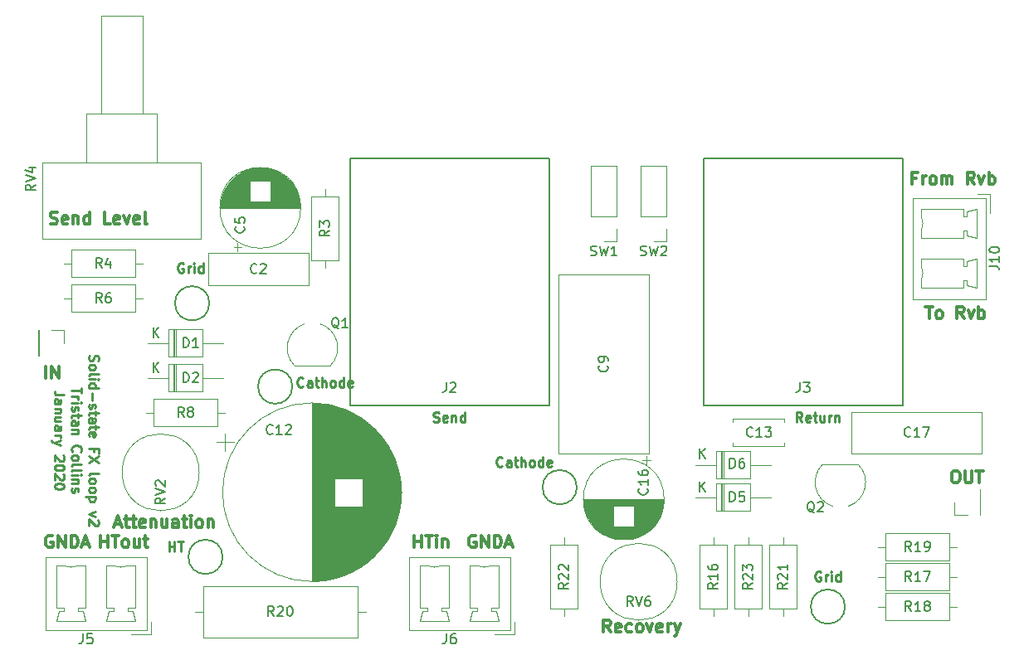
<source format=gbr>
G04 #@! TF.GenerationSoftware,KiCad,Pcbnew,(5.1.5-0-10_14)*
G04 #@! TF.CreationDate,2020-04-26T21:15:48+01:00*
G04 #@! TF.ProjectId,SSFXPCB,53534658-5043-4422-9e6b-696361645f70,rev?*
G04 #@! TF.SameCoordinates,Original*
G04 #@! TF.FileFunction,Legend,Top*
G04 #@! TF.FilePolarity,Positive*
%FSLAX46Y46*%
G04 Gerber Fmt 4.6, Leading zero omitted, Abs format (unit mm)*
G04 Created by KiCad (PCBNEW (5.1.5-0-10_14)) date 2020-04-26 21:15:48*
%MOMM*%
%LPD*%
G04 APERTURE LIST*
%ADD10C,0.300000*%
%ADD11C,0.250000*%
%ADD12C,0.150000*%
%ADD13C,0.120000*%
G04 APERTURE END LIST*
D10*
X190901285Y-49694714D02*
X190484619Y-49694714D01*
X190484619Y-50349476D02*
X190484619Y-49099476D01*
X191079857Y-49099476D01*
X191556047Y-50349476D02*
X191556047Y-49516142D01*
X191556047Y-49754238D02*
X191615571Y-49635190D01*
X191675095Y-49575666D01*
X191794142Y-49516142D01*
X191913190Y-49516142D01*
X192508428Y-50349476D02*
X192389380Y-50289952D01*
X192329857Y-50230428D01*
X192270333Y-50111380D01*
X192270333Y-49754238D01*
X192329857Y-49635190D01*
X192389380Y-49575666D01*
X192508428Y-49516142D01*
X192687000Y-49516142D01*
X192806047Y-49575666D01*
X192865571Y-49635190D01*
X192925095Y-49754238D01*
X192925095Y-50111380D01*
X192865571Y-50230428D01*
X192806047Y-50289952D01*
X192687000Y-50349476D01*
X192508428Y-50349476D01*
X193460809Y-50349476D02*
X193460809Y-49516142D01*
X193460809Y-49635190D02*
X193520333Y-49575666D01*
X193639380Y-49516142D01*
X193817952Y-49516142D01*
X193937000Y-49575666D01*
X193996523Y-49694714D01*
X193996523Y-50349476D01*
X193996523Y-49694714D02*
X194056047Y-49575666D01*
X194175095Y-49516142D01*
X194353666Y-49516142D01*
X194472714Y-49575666D01*
X194532238Y-49694714D01*
X194532238Y-50349476D01*
X196794142Y-50349476D02*
X196377476Y-49754238D01*
X196079857Y-50349476D02*
X196079857Y-49099476D01*
X196556047Y-49099476D01*
X196675095Y-49159000D01*
X196734619Y-49218523D01*
X196794142Y-49337571D01*
X196794142Y-49516142D01*
X196734619Y-49635190D01*
X196675095Y-49694714D01*
X196556047Y-49754238D01*
X196079857Y-49754238D01*
X197210809Y-49516142D02*
X197508428Y-50349476D01*
X197806047Y-49516142D01*
X198282238Y-50349476D02*
X198282238Y-49099476D01*
X198282238Y-49575666D02*
X198401285Y-49516142D01*
X198639380Y-49516142D01*
X198758428Y-49575666D01*
X198817952Y-49635190D01*
X198877476Y-49754238D01*
X198877476Y-50111380D01*
X198817952Y-50230428D01*
X198758428Y-50289952D01*
X198639380Y-50349476D01*
X198401285Y-50349476D01*
X198282238Y-50289952D01*
D11*
X179228952Y-74620380D02*
X178895619Y-74144190D01*
X178657523Y-74620380D02*
X178657523Y-73620380D01*
X179038476Y-73620380D01*
X179133714Y-73668000D01*
X179181333Y-73715619D01*
X179228952Y-73810857D01*
X179228952Y-73953714D01*
X179181333Y-74048952D01*
X179133714Y-74096571D01*
X179038476Y-74144190D01*
X178657523Y-74144190D01*
X180038476Y-74572761D02*
X179943238Y-74620380D01*
X179752761Y-74620380D01*
X179657523Y-74572761D01*
X179609904Y-74477523D01*
X179609904Y-74096571D01*
X179657523Y-74001333D01*
X179752761Y-73953714D01*
X179943238Y-73953714D01*
X180038476Y-74001333D01*
X180086095Y-74096571D01*
X180086095Y-74191809D01*
X179609904Y-74287047D01*
X180371809Y-73953714D02*
X180752761Y-73953714D01*
X180514666Y-73620380D02*
X180514666Y-74477523D01*
X180562285Y-74572761D01*
X180657523Y-74620380D01*
X180752761Y-74620380D01*
X181514666Y-73953714D02*
X181514666Y-74620380D01*
X181086095Y-73953714D02*
X181086095Y-74477523D01*
X181133714Y-74572761D01*
X181228952Y-74620380D01*
X181371809Y-74620380D01*
X181467047Y-74572761D01*
X181514666Y-74525142D01*
X181990857Y-74620380D02*
X181990857Y-73953714D01*
X181990857Y-74144190D02*
X182038476Y-74048952D01*
X182086095Y-74001333D01*
X182181333Y-73953714D01*
X182276571Y-73953714D01*
X182609904Y-73953714D02*
X182609904Y-74620380D01*
X182609904Y-74048952D02*
X182657523Y-74001333D01*
X182752761Y-73953714D01*
X182895619Y-73953714D01*
X182990857Y-74001333D01*
X183038476Y-74096571D01*
X183038476Y-74620380D01*
X141636952Y-74572761D02*
X141779809Y-74620380D01*
X142017904Y-74620380D01*
X142113142Y-74572761D01*
X142160761Y-74525142D01*
X142208380Y-74429904D01*
X142208380Y-74334666D01*
X142160761Y-74239428D01*
X142113142Y-74191809D01*
X142017904Y-74144190D01*
X141827428Y-74096571D01*
X141732190Y-74048952D01*
X141684571Y-74001333D01*
X141636952Y-73906095D01*
X141636952Y-73810857D01*
X141684571Y-73715619D01*
X141732190Y-73668000D01*
X141827428Y-73620380D01*
X142065523Y-73620380D01*
X142208380Y-73668000D01*
X143017904Y-74572761D02*
X142922666Y-74620380D01*
X142732190Y-74620380D01*
X142636952Y-74572761D01*
X142589333Y-74477523D01*
X142589333Y-74096571D01*
X142636952Y-74001333D01*
X142732190Y-73953714D01*
X142922666Y-73953714D01*
X143017904Y-74001333D01*
X143065523Y-74096571D01*
X143065523Y-74191809D01*
X142589333Y-74287047D01*
X143494095Y-73953714D02*
X143494095Y-74620380D01*
X143494095Y-74048952D02*
X143541714Y-74001333D01*
X143636952Y-73953714D01*
X143779809Y-73953714D01*
X143875047Y-74001333D01*
X143922666Y-74096571D01*
X143922666Y-74620380D01*
X144827428Y-74620380D02*
X144827428Y-73620380D01*
X144827428Y-74572761D02*
X144732190Y-74620380D01*
X144541714Y-74620380D01*
X144446476Y-74572761D01*
X144398857Y-74525142D01*
X144351238Y-74429904D01*
X144351238Y-74144190D01*
X144398857Y-74048952D01*
X144446476Y-74001333D01*
X144541714Y-73953714D01*
X144732190Y-73953714D01*
X144827428Y-74001333D01*
X114649333Y-87828380D02*
X114649333Y-86828380D01*
X114649333Y-87304571D02*
X115220761Y-87304571D01*
X115220761Y-87828380D02*
X115220761Y-86828380D01*
X115554095Y-86828380D02*
X116125523Y-86828380D01*
X115839809Y-87828380D02*
X115839809Y-86828380D01*
X148661714Y-79097142D02*
X148614095Y-79144761D01*
X148471238Y-79192380D01*
X148376000Y-79192380D01*
X148233142Y-79144761D01*
X148137904Y-79049523D01*
X148090285Y-78954285D01*
X148042666Y-78763809D01*
X148042666Y-78620952D01*
X148090285Y-78430476D01*
X148137904Y-78335238D01*
X148233142Y-78240000D01*
X148376000Y-78192380D01*
X148471238Y-78192380D01*
X148614095Y-78240000D01*
X148661714Y-78287619D01*
X149518857Y-79192380D02*
X149518857Y-78668571D01*
X149471238Y-78573333D01*
X149376000Y-78525714D01*
X149185523Y-78525714D01*
X149090285Y-78573333D01*
X149518857Y-79144761D02*
X149423619Y-79192380D01*
X149185523Y-79192380D01*
X149090285Y-79144761D01*
X149042666Y-79049523D01*
X149042666Y-78954285D01*
X149090285Y-78859047D01*
X149185523Y-78811428D01*
X149423619Y-78811428D01*
X149518857Y-78763809D01*
X149852190Y-78525714D02*
X150233142Y-78525714D01*
X149995047Y-78192380D02*
X149995047Y-79049523D01*
X150042666Y-79144761D01*
X150137904Y-79192380D01*
X150233142Y-79192380D01*
X150566476Y-79192380D02*
X150566476Y-78192380D01*
X150995047Y-79192380D02*
X150995047Y-78668571D01*
X150947428Y-78573333D01*
X150852190Y-78525714D01*
X150709333Y-78525714D01*
X150614095Y-78573333D01*
X150566476Y-78620952D01*
X151614095Y-79192380D02*
X151518857Y-79144761D01*
X151471238Y-79097142D01*
X151423619Y-79001904D01*
X151423619Y-78716190D01*
X151471238Y-78620952D01*
X151518857Y-78573333D01*
X151614095Y-78525714D01*
X151756952Y-78525714D01*
X151852190Y-78573333D01*
X151899809Y-78620952D01*
X151947428Y-78716190D01*
X151947428Y-79001904D01*
X151899809Y-79097142D01*
X151852190Y-79144761D01*
X151756952Y-79192380D01*
X151614095Y-79192380D01*
X152804571Y-79192380D02*
X152804571Y-78192380D01*
X152804571Y-79144761D02*
X152709333Y-79192380D01*
X152518857Y-79192380D01*
X152423619Y-79144761D01*
X152376000Y-79097142D01*
X152328380Y-79001904D01*
X152328380Y-78716190D01*
X152376000Y-78620952D01*
X152423619Y-78573333D01*
X152518857Y-78525714D01*
X152709333Y-78525714D01*
X152804571Y-78573333D01*
X153661714Y-79144761D02*
X153566476Y-79192380D01*
X153376000Y-79192380D01*
X153280761Y-79144761D01*
X153233142Y-79049523D01*
X153233142Y-78668571D01*
X153280761Y-78573333D01*
X153376000Y-78525714D01*
X153566476Y-78525714D01*
X153661714Y-78573333D01*
X153709333Y-78668571D01*
X153709333Y-78763809D01*
X153233142Y-78859047D01*
X181125904Y-89924000D02*
X181030666Y-89876380D01*
X180887809Y-89876380D01*
X180744952Y-89924000D01*
X180649714Y-90019238D01*
X180602095Y-90114476D01*
X180554476Y-90304952D01*
X180554476Y-90447809D01*
X180602095Y-90638285D01*
X180649714Y-90733523D01*
X180744952Y-90828761D01*
X180887809Y-90876380D01*
X180983047Y-90876380D01*
X181125904Y-90828761D01*
X181173523Y-90781142D01*
X181173523Y-90447809D01*
X180983047Y-90447809D01*
X181602095Y-90876380D02*
X181602095Y-90209714D01*
X181602095Y-90400190D02*
X181649714Y-90304952D01*
X181697333Y-90257333D01*
X181792571Y-90209714D01*
X181887809Y-90209714D01*
X182221142Y-90876380D02*
X182221142Y-90209714D01*
X182221142Y-89876380D02*
X182173523Y-89924000D01*
X182221142Y-89971619D01*
X182268761Y-89924000D01*
X182221142Y-89876380D01*
X182221142Y-89971619D01*
X183125904Y-90876380D02*
X183125904Y-89876380D01*
X183125904Y-90828761D02*
X183030666Y-90876380D01*
X182840190Y-90876380D01*
X182744952Y-90828761D01*
X182697333Y-90781142D01*
X182649714Y-90685904D01*
X182649714Y-90400190D01*
X182697333Y-90304952D01*
X182744952Y-90257333D01*
X182840190Y-90209714D01*
X183030666Y-90209714D01*
X183125904Y-90257333D01*
X128341714Y-70969142D02*
X128294095Y-71016761D01*
X128151238Y-71064380D01*
X128056000Y-71064380D01*
X127913142Y-71016761D01*
X127817904Y-70921523D01*
X127770285Y-70826285D01*
X127722666Y-70635809D01*
X127722666Y-70492952D01*
X127770285Y-70302476D01*
X127817904Y-70207238D01*
X127913142Y-70112000D01*
X128056000Y-70064380D01*
X128151238Y-70064380D01*
X128294095Y-70112000D01*
X128341714Y-70159619D01*
X129198857Y-71064380D02*
X129198857Y-70540571D01*
X129151238Y-70445333D01*
X129056000Y-70397714D01*
X128865523Y-70397714D01*
X128770285Y-70445333D01*
X129198857Y-71016761D02*
X129103619Y-71064380D01*
X128865523Y-71064380D01*
X128770285Y-71016761D01*
X128722666Y-70921523D01*
X128722666Y-70826285D01*
X128770285Y-70731047D01*
X128865523Y-70683428D01*
X129103619Y-70683428D01*
X129198857Y-70635809D01*
X129532190Y-70397714D02*
X129913142Y-70397714D01*
X129675047Y-70064380D02*
X129675047Y-70921523D01*
X129722666Y-71016761D01*
X129817904Y-71064380D01*
X129913142Y-71064380D01*
X130246476Y-71064380D02*
X130246476Y-70064380D01*
X130675047Y-71064380D02*
X130675047Y-70540571D01*
X130627428Y-70445333D01*
X130532190Y-70397714D01*
X130389333Y-70397714D01*
X130294095Y-70445333D01*
X130246476Y-70492952D01*
X131294095Y-71064380D02*
X131198857Y-71016761D01*
X131151238Y-70969142D01*
X131103619Y-70873904D01*
X131103619Y-70588190D01*
X131151238Y-70492952D01*
X131198857Y-70445333D01*
X131294095Y-70397714D01*
X131436952Y-70397714D01*
X131532190Y-70445333D01*
X131579809Y-70492952D01*
X131627428Y-70588190D01*
X131627428Y-70873904D01*
X131579809Y-70969142D01*
X131532190Y-71016761D01*
X131436952Y-71064380D01*
X131294095Y-71064380D01*
X132484571Y-71064380D02*
X132484571Y-70064380D01*
X132484571Y-71016761D02*
X132389333Y-71064380D01*
X132198857Y-71064380D01*
X132103619Y-71016761D01*
X132056000Y-70969142D01*
X132008380Y-70873904D01*
X132008380Y-70588190D01*
X132056000Y-70492952D01*
X132103619Y-70445333D01*
X132198857Y-70397714D01*
X132389333Y-70397714D01*
X132484571Y-70445333D01*
X133341714Y-71016761D02*
X133246476Y-71064380D01*
X133056000Y-71064380D01*
X132960761Y-71016761D01*
X132913142Y-70921523D01*
X132913142Y-70540571D01*
X132960761Y-70445333D01*
X133056000Y-70397714D01*
X133246476Y-70397714D01*
X133341714Y-70445333D01*
X133389333Y-70540571D01*
X133389333Y-70635809D01*
X132913142Y-70731047D01*
X116101904Y-58428000D02*
X116006666Y-58380380D01*
X115863809Y-58380380D01*
X115720952Y-58428000D01*
X115625714Y-58523238D01*
X115578095Y-58618476D01*
X115530476Y-58808952D01*
X115530476Y-58951809D01*
X115578095Y-59142285D01*
X115625714Y-59237523D01*
X115720952Y-59332761D01*
X115863809Y-59380380D01*
X115959047Y-59380380D01*
X116101904Y-59332761D01*
X116149523Y-59285142D01*
X116149523Y-58951809D01*
X115959047Y-58951809D01*
X116578095Y-59380380D02*
X116578095Y-58713714D01*
X116578095Y-58904190D02*
X116625714Y-58808952D01*
X116673333Y-58761333D01*
X116768571Y-58713714D01*
X116863809Y-58713714D01*
X117197142Y-59380380D02*
X117197142Y-58713714D01*
X117197142Y-58380380D02*
X117149523Y-58428000D01*
X117197142Y-58475619D01*
X117244761Y-58428000D01*
X117197142Y-58380380D01*
X117197142Y-58475619D01*
X118101904Y-59380380D02*
X118101904Y-58380380D01*
X118101904Y-59332761D02*
X118006666Y-59380380D01*
X117816190Y-59380380D01*
X117720952Y-59332761D01*
X117673333Y-59285142D01*
X117625714Y-59189904D01*
X117625714Y-58904190D01*
X117673333Y-58808952D01*
X117720952Y-58761333D01*
X117816190Y-58713714D01*
X118006666Y-58713714D01*
X118101904Y-58761333D01*
D10*
X191830047Y-62815476D02*
X192544333Y-62815476D01*
X192187190Y-64065476D02*
X192187190Y-62815476D01*
X193139571Y-64065476D02*
X193020523Y-64005952D01*
X192961000Y-63946428D01*
X192901476Y-63827380D01*
X192901476Y-63470238D01*
X192961000Y-63351190D01*
X193020523Y-63291666D01*
X193139571Y-63232142D01*
X193318142Y-63232142D01*
X193437190Y-63291666D01*
X193496714Y-63351190D01*
X193556238Y-63470238D01*
X193556238Y-63827380D01*
X193496714Y-63946428D01*
X193437190Y-64005952D01*
X193318142Y-64065476D01*
X193139571Y-64065476D01*
X195758619Y-64065476D02*
X195341952Y-63470238D01*
X195044333Y-64065476D02*
X195044333Y-62815476D01*
X195520523Y-62815476D01*
X195639571Y-62875000D01*
X195699095Y-62934523D01*
X195758619Y-63053571D01*
X195758619Y-63232142D01*
X195699095Y-63351190D01*
X195639571Y-63410714D01*
X195520523Y-63470238D01*
X195044333Y-63470238D01*
X196175285Y-63232142D02*
X196472904Y-64065476D01*
X196770523Y-63232142D01*
X197246714Y-64065476D02*
X197246714Y-62815476D01*
X197246714Y-63291666D02*
X197365761Y-63232142D01*
X197603857Y-63232142D01*
X197722904Y-63291666D01*
X197782428Y-63351190D01*
X197841952Y-63470238D01*
X197841952Y-63827380D01*
X197782428Y-63946428D01*
X197722904Y-64005952D01*
X197603857Y-64065476D01*
X197365761Y-64065476D01*
X197246714Y-64005952D01*
X102747380Y-86243000D02*
X102628333Y-86183476D01*
X102449761Y-86183476D01*
X102271190Y-86243000D01*
X102152142Y-86362047D01*
X102092619Y-86481095D01*
X102033095Y-86719190D01*
X102033095Y-86897761D01*
X102092619Y-87135857D01*
X102152142Y-87254904D01*
X102271190Y-87373952D01*
X102449761Y-87433476D01*
X102568809Y-87433476D01*
X102747380Y-87373952D01*
X102806904Y-87314428D01*
X102806904Y-86897761D01*
X102568809Y-86897761D01*
X103342619Y-87433476D02*
X103342619Y-86183476D01*
X104056904Y-87433476D01*
X104056904Y-86183476D01*
X104652142Y-87433476D02*
X104652142Y-86183476D01*
X104949761Y-86183476D01*
X105128333Y-86243000D01*
X105247380Y-86362047D01*
X105306904Y-86481095D01*
X105366428Y-86719190D01*
X105366428Y-86897761D01*
X105306904Y-87135857D01*
X105247380Y-87254904D01*
X105128333Y-87373952D01*
X104949761Y-87433476D01*
X104652142Y-87433476D01*
X105842619Y-87076333D02*
X106437857Y-87076333D01*
X105723571Y-87433476D02*
X106140238Y-86183476D01*
X106556904Y-87433476D01*
X145927380Y-86243000D02*
X145808333Y-86183476D01*
X145629761Y-86183476D01*
X145451190Y-86243000D01*
X145332142Y-86362047D01*
X145272619Y-86481095D01*
X145213095Y-86719190D01*
X145213095Y-86897761D01*
X145272619Y-87135857D01*
X145332142Y-87254904D01*
X145451190Y-87373952D01*
X145629761Y-87433476D01*
X145748809Y-87433476D01*
X145927380Y-87373952D01*
X145986904Y-87314428D01*
X145986904Y-86897761D01*
X145748809Y-86897761D01*
X146522619Y-87433476D02*
X146522619Y-86183476D01*
X147236904Y-87433476D01*
X147236904Y-86183476D01*
X147832142Y-87433476D02*
X147832142Y-86183476D01*
X148129761Y-86183476D01*
X148308333Y-86243000D01*
X148427380Y-86362047D01*
X148486904Y-86481095D01*
X148546428Y-86719190D01*
X148546428Y-86897761D01*
X148486904Y-87135857D01*
X148427380Y-87254904D01*
X148308333Y-87373952D01*
X148129761Y-87433476D01*
X147832142Y-87433476D01*
X149022619Y-87076333D02*
X149617857Y-87076333D01*
X148903571Y-87433476D02*
X149320238Y-86183476D01*
X149736904Y-87433476D01*
X107680619Y-87433476D02*
X107680619Y-86183476D01*
X107680619Y-86778714D02*
X108394904Y-86778714D01*
X108394904Y-87433476D02*
X108394904Y-86183476D01*
X108811571Y-86183476D02*
X109525857Y-86183476D01*
X109168714Y-87433476D02*
X109168714Y-86183476D01*
X110121095Y-87433476D02*
X110002047Y-87373952D01*
X109942523Y-87314428D01*
X109883000Y-87195380D01*
X109883000Y-86838238D01*
X109942523Y-86719190D01*
X110002047Y-86659666D01*
X110121095Y-86600142D01*
X110299666Y-86600142D01*
X110418714Y-86659666D01*
X110478238Y-86719190D01*
X110537761Y-86838238D01*
X110537761Y-87195380D01*
X110478238Y-87314428D01*
X110418714Y-87373952D01*
X110299666Y-87433476D01*
X110121095Y-87433476D01*
X111609190Y-86600142D02*
X111609190Y-87433476D01*
X111073476Y-86600142D02*
X111073476Y-87254904D01*
X111133000Y-87373952D01*
X111252047Y-87433476D01*
X111430619Y-87433476D01*
X111549666Y-87373952D01*
X111609190Y-87314428D01*
X112025857Y-86600142D02*
X112502047Y-86600142D01*
X112204428Y-86183476D02*
X112204428Y-87254904D01*
X112263952Y-87373952D01*
X112383000Y-87433476D01*
X112502047Y-87433476D01*
X139684619Y-87433476D02*
X139684619Y-86183476D01*
X139684619Y-86778714D02*
X140398904Y-86778714D01*
X140398904Y-87433476D02*
X140398904Y-86183476D01*
X140815571Y-86183476D02*
X141529857Y-86183476D01*
X141172714Y-87433476D02*
X141172714Y-86183476D01*
X141946523Y-87433476D02*
X141946523Y-86600142D01*
X141946523Y-86183476D02*
X141887000Y-86243000D01*
X141946523Y-86302523D01*
X142006047Y-86243000D01*
X141946523Y-86183476D01*
X141946523Y-86302523D01*
X142541761Y-86600142D02*
X142541761Y-87433476D01*
X142541761Y-86719190D02*
X142601285Y-86659666D01*
X142720333Y-86600142D01*
X142898904Y-86600142D01*
X143017952Y-86659666D01*
X143077476Y-86778714D01*
X143077476Y-87433476D01*
X194786714Y-79579476D02*
X195024809Y-79579476D01*
X195143857Y-79639000D01*
X195262904Y-79758047D01*
X195322428Y-79996142D01*
X195322428Y-80412809D01*
X195262904Y-80650904D01*
X195143857Y-80769952D01*
X195024809Y-80829476D01*
X194786714Y-80829476D01*
X194667666Y-80769952D01*
X194548619Y-80650904D01*
X194489095Y-80412809D01*
X194489095Y-79996142D01*
X194548619Y-79758047D01*
X194667666Y-79639000D01*
X194786714Y-79579476D01*
X195858142Y-79579476D02*
X195858142Y-80591380D01*
X195917666Y-80710428D01*
X195977190Y-80769952D01*
X196096238Y-80829476D01*
X196334333Y-80829476D01*
X196453380Y-80769952D01*
X196512904Y-80710428D01*
X196572428Y-80591380D01*
X196572428Y-79579476D01*
X196989095Y-79579476D02*
X197703380Y-79579476D01*
X197346238Y-80829476D02*
X197346238Y-79579476D01*
X102092619Y-70161476D02*
X102092619Y-68911476D01*
X102687857Y-70161476D02*
X102687857Y-68911476D01*
X103402142Y-70161476D01*
X103402142Y-68911476D01*
X102541095Y-54353952D02*
X102719666Y-54413476D01*
X103017285Y-54413476D01*
X103136333Y-54353952D01*
X103195857Y-54294428D01*
X103255380Y-54175380D01*
X103255380Y-54056333D01*
X103195857Y-53937285D01*
X103136333Y-53877761D01*
X103017285Y-53818238D01*
X102779190Y-53758714D01*
X102660142Y-53699190D01*
X102600619Y-53639666D01*
X102541095Y-53520619D01*
X102541095Y-53401571D01*
X102600619Y-53282523D01*
X102660142Y-53223000D01*
X102779190Y-53163476D01*
X103076809Y-53163476D01*
X103255380Y-53223000D01*
X104267285Y-54353952D02*
X104148238Y-54413476D01*
X103910142Y-54413476D01*
X103791095Y-54353952D01*
X103731571Y-54234904D01*
X103731571Y-53758714D01*
X103791095Y-53639666D01*
X103910142Y-53580142D01*
X104148238Y-53580142D01*
X104267285Y-53639666D01*
X104326809Y-53758714D01*
X104326809Y-53877761D01*
X103731571Y-53996809D01*
X104862523Y-53580142D02*
X104862523Y-54413476D01*
X104862523Y-53699190D02*
X104922047Y-53639666D01*
X105041095Y-53580142D01*
X105219666Y-53580142D01*
X105338714Y-53639666D01*
X105398238Y-53758714D01*
X105398238Y-54413476D01*
X106529190Y-54413476D02*
X106529190Y-53163476D01*
X106529190Y-54353952D02*
X106410142Y-54413476D01*
X106172047Y-54413476D01*
X106053000Y-54353952D01*
X105993476Y-54294428D01*
X105933952Y-54175380D01*
X105933952Y-53818238D01*
X105993476Y-53699190D01*
X106053000Y-53639666D01*
X106172047Y-53580142D01*
X106410142Y-53580142D01*
X106529190Y-53639666D01*
X108672047Y-54413476D02*
X108076809Y-54413476D01*
X108076809Y-53163476D01*
X109564904Y-54353952D02*
X109445857Y-54413476D01*
X109207761Y-54413476D01*
X109088714Y-54353952D01*
X109029190Y-54234904D01*
X109029190Y-53758714D01*
X109088714Y-53639666D01*
X109207761Y-53580142D01*
X109445857Y-53580142D01*
X109564904Y-53639666D01*
X109624428Y-53758714D01*
X109624428Y-53877761D01*
X109029190Y-53996809D01*
X110041095Y-53580142D02*
X110338714Y-54413476D01*
X110636333Y-53580142D01*
X111588714Y-54353952D02*
X111469666Y-54413476D01*
X111231571Y-54413476D01*
X111112523Y-54353952D01*
X111053000Y-54234904D01*
X111053000Y-53758714D01*
X111112523Y-53639666D01*
X111231571Y-53580142D01*
X111469666Y-53580142D01*
X111588714Y-53639666D01*
X111648238Y-53758714D01*
X111648238Y-53877761D01*
X111053000Y-53996809D01*
X112362523Y-54413476D02*
X112243476Y-54353952D01*
X112183952Y-54234904D01*
X112183952Y-53163476D01*
X109145095Y-85044333D02*
X109740333Y-85044333D01*
X109026047Y-85401476D02*
X109442714Y-84151476D01*
X109859380Y-85401476D01*
X110097476Y-84568142D02*
X110573666Y-84568142D01*
X110276047Y-84151476D02*
X110276047Y-85222904D01*
X110335571Y-85341952D01*
X110454619Y-85401476D01*
X110573666Y-85401476D01*
X110811761Y-84568142D02*
X111287952Y-84568142D01*
X110990333Y-84151476D02*
X110990333Y-85222904D01*
X111049857Y-85341952D01*
X111168904Y-85401476D01*
X111287952Y-85401476D01*
X112180809Y-85341952D02*
X112061761Y-85401476D01*
X111823666Y-85401476D01*
X111704619Y-85341952D01*
X111645095Y-85222904D01*
X111645095Y-84746714D01*
X111704619Y-84627666D01*
X111823666Y-84568142D01*
X112061761Y-84568142D01*
X112180809Y-84627666D01*
X112240333Y-84746714D01*
X112240333Y-84865761D01*
X111645095Y-84984809D01*
X112776047Y-84568142D02*
X112776047Y-85401476D01*
X112776047Y-84687190D02*
X112835571Y-84627666D01*
X112954619Y-84568142D01*
X113133190Y-84568142D01*
X113252238Y-84627666D01*
X113311761Y-84746714D01*
X113311761Y-85401476D01*
X114442714Y-84568142D02*
X114442714Y-85401476D01*
X113907000Y-84568142D02*
X113907000Y-85222904D01*
X113966523Y-85341952D01*
X114085571Y-85401476D01*
X114264142Y-85401476D01*
X114383190Y-85341952D01*
X114442714Y-85282428D01*
X115573666Y-85401476D02*
X115573666Y-84746714D01*
X115514142Y-84627666D01*
X115395095Y-84568142D01*
X115157000Y-84568142D01*
X115037952Y-84627666D01*
X115573666Y-85341952D02*
X115454619Y-85401476D01*
X115157000Y-85401476D01*
X115037952Y-85341952D01*
X114978428Y-85222904D01*
X114978428Y-85103857D01*
X115037952Y-84984809D01*
X115157000Y-84925285D01*
X115454619Y-84925285D01*
X115573666Y-84865761D01*
X115990333Y-84568142D02*
X116466523Y-84568142D01*
X116168904Y-84151476D02*
X116168904Y-85222904D01*
X116228428Y-85341952D01*
X116347476Y-85401476D01*
X116466523Y-85401476D01*
X116883190Y-85401476D02*
X116883190Y-84568142D01*
X116883190Y-84151476D02*
X116823666Y-84211000D01*
X116883190Y-84270523D01*
X116942714Y-84211000D01*
X116883190Y-84151476D01*
X116883190Y-84270523D01*
X117657000Y-85401476D02*
X117537952Y-85341952D01*
X117478428Y-85282428D01*
X117418904Y-85163380D01*
X117418904Y-84806238D01*
X117478428Y-84687190D01*
X117537952Y-84627666D01*
X117657000Y-84568142D01*
X117835571Y-84568142D01*
X117954619Y-84627666D01*
X118014142Y-84687190D01*
X118073666Y-84806238D01*
X118073666Y-85163380D01*
X118014142Y-85282428D01*
X117954619Y-85341952D01*
X117835571Y-85401476D01*
X117657000Y-85401476D01*
X118609380Y-84568142D02*
X118609380Y-85401476D01*
X118609380Y-84687190D02*
X118668904Y-84627666D01*
X118787952Y-84568142D01*
X118966523Y-84568142D01*
X119085571Y-84627666D01*
X119145095Y-84746714D01*
X119145095Y-85401476D01*
X159702904Y-96069476D02*
X159286238Y-95474238D01*
X158988619Y-96069476D02*
X158988619Y-94819476D01*
X159464809Y-94819476D01*
X159583857Y-94879000D01*
X159643380Y-94938523D01*
X159702904Y-95057571D01*
X159702904Y-95236142D01*
X159643380Y-95355190D01*
X159583857Y-95414714D01*
X159464809Y-95474238D01*
X158988619Y-95474238D01*
X160714809Y-96009952D02*
X160595761Y-96069476D01*
X160357666Y-96069476D01*
X160238619Y-96009952D01*
X160179095Y-95890904D01*
X160179095Y-95414714D01*
X160238619Y-95295666D01*
X160357666Y-95236142D01*
X160595761Y-95236142D01*
X160714809Y-95295666D01*
X160774333Y-95414714D01*
X160774333Y-95533761D01*
X160179095Y-95652809D01*
X161845761Y-96009952D02*
X161726714Y-96069476D01*
X161488619Y-96069476D01*
X161369571Y-96009952D01*
X161310047Y-95950428D01*
X161250523Y-95831380D01*
X161250523Y-95474238D01*
X161310047Y-95355190D01*
X161369571Y-95295666D01*
X161488619Y-95236142D01*
X161726714Y-95236142D01*
X161845761Y-95295666D01*
X162560047Y-96069476D02*
X162441000Y-96009952D01*
X162381476Y-95950428D01*
X162321952Y-95831380D01*
X162321952Y-95474238D01*
X162381476Y-95355190D01*
X162441000Y-95295666D01*
X162560047Y-95236142D01*
X162738619Y-95236142D01*
X162857666Y-95295666D01*
X162917190Y-95355190D01*
X162976714Y-95474238D01*
X162976714Y-95831380D01*
X162917190Y-95950428D01*
X162857666Y-96009952D01*
X162738619Y-96069476D01*
X162560047Y-96069476D01*
X163393380Y-95236142D02*
X163691000Y-96069476D01*
X163988619Y-95236142D01*
X164941000Y-96009952D02*
X164821952Y-96069476D01*
X164583857Y-96069476D01*
X164464809Y-96009952D01*
X164405285Y-95890904D01*
X164405285Y-95414714D01*
X164464809Y-95295666D01*
X164583857Y-95236142D01*
X164821952Y-95236142D01*
X164941000Y-95295666D01*
X165000523Y-95414714D01*
X165000523Y-95533761D01*
X164405285Y-95652809D01*
X165536238Y-96069476D02*
X165536238Y-95236142D01*
X165536238Y-95474238D02*
X165595761Y-95355190D01*
X165655285Y-95295666D01*
X165774333Y-95236142D01*
X165893380Y-95236142D01*
X166191000Y-95236142D02*
X166488619Y-96069476D01*
X166786238Y-95236142D02*
X166488619Y-96069476D01*
X166369571Y-96367095D01*
X166310047Y-96426619D01*
X166191000Y-96486142D01*
D11*
X106501238Y-67809523D02*
X106453619Y-67952380D01*
X106453619Y-68190476D01*
X106501238Y-68285714D01*
X106548857Y-68333333D01*
X106644095Y-68380952D01*
X106739333Y-68380952D01*
X106834571Y-68333333D01*
X106882190Y-68285714D01*
X106929809Y-68190476D01*
X106977428Y-68000000D01*
X107025047Y-67904761D01*
X107072666Y-67857142D01*
X107167904Y-67809523D01*
X107263142Y-67809523D01*
X107358380Y-67857142D01*
X107406000Y-67904761D01*
X107453619Y-68000000D01*
X107453619Y-68238095D01*
X107406000Y-68380952D01*
X106453619Y-68952380D02*
X106501238Y-68857142D01*
X106548857Y-68809523D01*
X106644095Y-68761904D01*
X106929809Y-68761904D01*
X107025047Y-68809523D01*
X107072666Y-68857142D01*
X107120285Y-68952380D01*
X107120285Y-69095238D01*
X107072666Y-69190476D01*
X107025047Y-69238095D01*
X106929809Y-69285714D01*
X106644095Y-69285714D01*
X106548857Y-69238095D01*
X106501238Y-69190476D01*
X106453619Y-69095238D01*
X106453619Y-68952380D01*
X106453619Y-69857142D02*
X106501238Y-69761904D01*
X106596476Y-69714285D01*
X107453619Y-69714285D01*
X106453619Y-70238095D02*
X107120285Y-70238095D01*
X107453619Y-70238095D02*
X107406000Y-70190476D01*
X107358380Y-70238095D01*
X107406000Y-70285714D01*
X107453619Y-70238095D01*
X107358380Y-70238095D01*
X106453619Y-71142857D02*
X107453619Y-71142857D01*
X106501238Y-71142857D02*
X106453619Y-71047619D01*
X106453619Y-70857142D01*
X106501238Y-70761904D01*
X106548857Y-70714285D01*
X106644095Y-70666666D01*
X106929809Y-70666666D01*
X107025047Y-70714285D01*
X107072666Y-70761904D01*
X107120285Y-70857142D01*
X107120285Y-71047619D01*
X107072666Y-71142857D01*
X106834571Y-71619047D02*
X106834571Y-72380952D01*
X106501238Y-72809523D02*
X106453619Y-72904761D01*
X106453619Y-73095238D01*
X106501238Y-73190476D01*
X106596476Y-73238095D01*
X106644095Y-73238095D01*
X106739333Y-73190476D01*
X106786952Y-73095238D01*
X106786952Y-72952380D01*
X106834571Y-72857142D01*
X106929809Y-72809523D01*
X106977428Y-72809523D01*
X107072666Y-72857142D01*
X107120285Y-72952380D01*
X107120285Y-73095238D01*
X107072666Y-73190476D01*
X107120285Y-73523809D02*
X107120285Y-73904761D01*
X107453619Y-73666666D02*
X106596476Y-73666666D01*
X106501238Y-73714285D01*
X106453619Y-73809523D01*
X106453619Y-73904761D01*
X106453619Y-74666666D02*
X106977428Y-74666666D01*
X107072666Y-74619047D01*
X107120285Y-74523809D01*
X107120285Y-74333333D01*
X107072666Y-74238095D01*
X106501238Y-74666666D02*
X106453619Y-74571428D01*
X106453619Y-74333333D01*
X106501238Y-74238095D01*
X106596476Y-74190476D01*
X106691714Y-74190476D01*
X106786952Y-74238095D01*
X106834571Y-74333333D01*
X106834571Y-74571428D01*
X106882190Y-74666666D01*
X107120285Y-75000000D02*
X107120285Y-75380952D01*
X107453619Y-75142857D02*
X106596476Y-75142857D01*
X106501238Y-75190476D01*
X106453619Y-75285714D01*
X106453619Y-75380952D01*
X106501238Y-76095238D02*
X106453619Y-75999999D01*
X106453619Y-75809523D01*
X106501238Y-75714285D01*
X106596476Y-75666666D01*
X106977428Y-75666666D01*
X107072666Y-75714285D01*
X107120285Y-75809523D01*
X107120285Y-75999999D01*
X107072666Y-76095238D01*
X106977428Y-76142857D01*
X106882190Y-76142857D01*
X106786952Y-75666666D01*
X106977428Y-77666666D02*
X106977428Y-77333333D01*
X106453619Y-77333333D02*
X107453619Y-77333333D01*
X107453619Y-77809523D01*
X107453619Y-78095238D02*
X106453619Y-78761904D01*
X107453619Y-78761904D02*
X106453619Y-78095238D01*
X106453619Y-80047619D02*
X106501238Y-79952380D01*
X106596476Y-79904761D01*
X107453619Y-79904761D01*
X106453619Y-80571428D02*
X106501238Y-80476190D01*
X106548857Y-80428571D01*
X106644095Y-80380952D01*
X106929809Y-80380952D01*
X107025047Y-80428571D01*
X107072666Y-80476190D01*
X107120285Y-80571428D01*
X107120285Y-80714285D01*
X107072666Y-80809523D01*
X107025047Y-80857142D01*
X106929809Y-80904761D01*
X106644095Y-80904761D01*
X106548857Y-80857142D01*
X106501238Y-80809523D01*
X106453619Y-80714285D01*
X106453619Y-80571428D01*
X106453619Y-81476190D02*
X106501238Y-81380952D01*
X106548857Y-81333333D01*
X106644095Y-81285714D01*
X106929809Y-81285714D01*
X107025047Y-81333333D01*
X107072666Y-81380952D01*
X107120285Y-81476190D01*
X107120285Y-81619047D01*
X107072666Y-81714285D01*
X107025047Y-81761904D01*
X106929809Y-81809523D01*
X106644095Y-81809523D01*
X106548857Y-81761904D01*
X106501238Y-81714285D01*
X106453619Y-81619047D01*
X106453619Y-81476190D01*
X107120285Y-82238095D02*
X106120285Y-82238095D01*
X107072666Y-82238095D02*
X107120285Y-82333333D01*
X107120285Y-82523809D01*
X107072666Y-82619047D01*
X107025047Y-82666666D01*
X106929809Y-82714285D01*
X106644095Y-82714285D01*
X106548857Y-82666666D01*
X106501238Y-82619047D01*
X106453619Y-82523809D01*
X106453619Y-82333333D01*
X106501238Y-82238095D01*
X107120285Y-83809523D02*
X106453619Y-84047619D01*
X107120285Y-84285714D01*
X107358380Y-84619047D02*
X107406000Y-84666666D01*
X107453619Y-84761904D01*
X107453619Y-84999999D01*
X107406000Y-85095238D01*
X107358380Y-85142857D01*
X107263142Y-85190476D01*
X107167904Y-85190476D01*
X107025047Y-85142857D01*
X106453619Y-84571428D01*
X106453619Y-85190476D01*
X105703619Y-71119047D02*
X105703619Y-71690476D01*
X104703619Y-71404761D02*
X105703619Y-71404761D01*
X104703619Y-72023809D02*
X105370285Y-72023809D01*
X105179809Y-72023809D02*
X105275047Y-72071428D01*
X105322666Y-72119047D01*
X105370285Y-72214285D01*
X105370285Y-72309523D01*
X104703619Y-72642857D02*
X105370285Y-72642857D01*
X105703619Y-72642857D02*
X105656000Y-72595238D01*
X105608380Y-72642857D01*
X105656000Y-72690476D01*
X105703619Y-72642857D01*
X105608380Y-72642857D01*
X104751238Y-73071428D02*
X104703619Y-73166666D01*
X104703619Y-73357142D01*
X104751238Y-73452380D01*
X104846476Y-73500000D01*
X104894095Y-73500000D01*
X104989333Y-73452380D01*
X105036952Y-73357142D01*
X105036952Y-73214285D01*
X105084571Y-73119047D01*
X105179809Y-73071428D01*
X105227428Y-73071428D01*
X105322666Y-73119047D01*
X105370285Y-73214285D01*
X105370285Y-73357142D01*
X105322666Y-73452380D01*
X105370285Y-73785714D02*
X105370285Y-74166666D01*
X105703619Y-73928571D02*
X104846476Y-73928571D01*
X104751238Y-73976190D01*
X104703619Y-74071428D01*
X104703619Y-74166666D01*
X104703619Y-74928571D02*
X105227428Y-74928571D01*
X105322666Y-74880952D01*
X105370285Y-74785714D01*
X105370285Y-74595238D01*
X105322666Y-74500000D01*
X104751238Y-74928571D02*
X104703619Y-74833333D01*
X104703619Y-74595238D01*
X104751238Y-74500000D01*
X104846476Y-74452380D01*
X104941714Y-74452380D01*
X105036952Y-74500000D01*
X105084571Y-74595238D01*
X105084571Y-74833333D01*
X105132190Y-74928571D01*
X105370285Y-75404761D02*
X104703619Y-75404761D01*
X105275047Y-75404761D02*
X105322666Y-75452380D01*
X105370285Y-75547619D01*
X105370285Y-75690476D01*
X105322666Y-75785714D01*
X105227428Y-75833333D01*
X104703619Y-75833333D01*
X104798857Y-77642857D02*
X104751238Y-77595238D01*
X104703619Y-77452380D01*
X104703619Y-77357142D01*
X104751238Y-77214285D01*
X104846476Y-77119047D01*
X104941714Y-77071428D01*
X105132190Y-77023809D01*
X105275047Y-77023809D01*
X105465523Y-77071428D01*
X105560761Y-77119047D01*
X105656000Y-77214285D01*
X105703619Y-77357142D01*
X105703619Y-77452380D01*
X105656000Y-77595238D01*
X105608380Y-77642857D01*
X104703619Y-78214285D02*
X104751238Y-78119047D01*
X104798857Y-78071428D01*
X104894095Y-78023809D01*
X105179809Y-78023809D01*
X105275047Y-78071428D01*
X105322666Y-78119047D01*
X105370285Y-78214285D01*
X105370285Y-78357142D01*
X105322666Y-78452380D01*
X105275047Y-78500000D01*
X105179809Y-78547619D01*
X104894095Y-78547619D01*
X104798857Y-78500000D01*
X104751238Y-78452380D01*
X104703619Y-78357142D01*
X104703619Y-78214285D01*
X104703619Y-79119047D02*
X104751238Y-79023809D01*
X104846476Y-78976190D01*
X105703619Y-78976190D01*
X104703619Y-79642857D02*
X104751238Y-79547619D01*
X104846476Y-79500000D01*
X105703619Y-79500000D01*
X104703619Y-80023809D02*
X105370285Y-80023809D01*
X105703619Y-80023809D02*
X105656000Y-79976190D01*
X105608380Y-80023809D01*
X105656000Y-80071428D01*
X105703619Y-80023809D01*
X105608380Y-80023809D01*
X105370285Y-80500000D02*
X104703619Y-80500000D01*
X105275047Y-80500000D02*
X105322666Y-80547619D01*
X105370285Y-80642857D01*
X105370285Y-80785714D01*
X105322666Y-80880952D01*
X105227428Y-80928571D01*
X104703619Y-80928571D01*
X104751238Y-81357142D02*
X104703619Y-81452380D01*
X104703619Y-81642857D01*
X104751238Y-81738095D01*
X104846476Y-81785714D01*
X104894095Y-81785714D01*
X104989333Y-81738095D01*
X105036952Y-81642857D01*
X105036952Y-81500000D01*
X105084571Y-81404761D01*
X105179809Y-81357142D01*
X105227428Y-81357142D01*
X105322666Y-81404761D01*
X105370285Y-81500000D01*
X105370285Y-81642857D01*
X105322666Y-81738095D01*
X103953619Y-71857142D02*
X103239333Y-71857142D01*
X103096476Y-71809523D01*
X103001238Y-71714285D01*
X102953619Y-71571428D01*
X102953619Y-71476190D01*
X102953619Y-72761904D02*
X103477428Y-72761904D01*
X103572666Y-72714285D01*
X103620285Y-72619047D01*
X103620285Y-72428571D01*
X103572666Y-72333333D01*
X103001238Y-72761904D02*
X102953619Y-72666666D01*
X102953619Y-72428571D01*
X103001238Y-72333333D01*
X103096476Y-72285714D01*
X103191714Y-72285714D01*
X103286952Y-72333333D01*
X103334571Y-72428571D01*
X103334571Y-72666666D01*
X103382190Y-72761904D01*
X103620285Y-73238095D02*
X102953619Y-73238095D01*
X103525047Y-73238095D02*
X103572666Y-73285714D01*
X103620285Y-73380952D01*
X103620285Y-73523809D01*
X103572666Y-73619047D01*
X103477428Y-73666666D01*
X102953619Y-73666666D01*
X103620285Y-74571428D02*
X102953619Y-74571428D01*
X103620285Y-74142857D02*
X103096476Y-74142857D01*
X103001238Y-74190476D01*
X102953619Y-74285714D01*
X102953619Y-74428571D01*
X103001238Y-74523809D01*
X103048857Y-74571428D01*
X102953619Y-75476190D02*
X103477428Y-75476190D01*
X103572666Y-75428571D01*
X103620285Y-75333333D01*
X103620285Y-75142857D01*
X103572666Y-75047619D01*
X103001238Y-75476190D02*
X102953619Y-75380952D01*
X102953619Y-75142857D01*
X103001238Y-75047619D01*
X103096476Y-75000000D01*
X103191714Y-75000000D01*
X103286952Y-75047619D01*
X103334571Y-75142857D01*
X103334571Y-75380952D01*
X103382190Y-75476190D01*
X102953619Y-75952380D02*
X103620285Y-75952380D01*
X103429809Y-75952380D02*
X103525047Y-76000000D01*
X103572666Y-76047619D01*
X103620285Y-76142857D01*
X103620285Y-76238095D01*
X103620285Y-76476190D02*
X102953619Y-76714285D01*
X103620285Y-76952380D02*
X102953619Y-76714285D01*
X102715523Y-76619047D01*
X102667904Y-76571428D01*
X102620285Y-76476190D01*
X103858380Y-78047619D02*
X103906000Y-78095238D01*
X103953619Y-78190476D01*
X103953619Y-78428571D01*
X103906000Y-78523809D01*
X103858380Y-78571428D01*
X103763142Y-78619047D01*
X103667904Y-78619047D01*
X103525047Y-78571428D01*
X102953619Y-78000000D01*
X102953619Y-78619047D01*
X103953619Y-79238095D02*
X103953619Y-79333333D01*
X103906000Y-79428571D01*
X103858380Y-79476190D01*
X103763142Y-79523809D01*
X103572666Y-79571428D01*
X103334571Y-79571428D01*
X103144095Y-79523809D01*
X103048857Y-79476190D01*
X103001238Y-79428571D01*
X102953619Y-79333333D01*
X102953619Y-79238095D01*
X103001238Y-79142857D01*
X103048857Y-79095238D01*
X103144095Y-79047619D01*
X103334571Y-79000000D01*
X103572666Y-79000000D01*
X103763142Y-79047619D01*
X103858380Y-79095238D01*
X103906000Y-79142857D01*
X103953619Y-79238095D01*
X103858380Y-79952380D02*
X103906000Y-80000000D01*
X103953619Y-80095238D01*
X103953619Y-80333333D01*
X103906000Y-80428571D01*
X103858380Y-80476190D01*
X103763142Y-80523809D01*
X103667904Y-80523809D01*
X103525047Y-80476190D01*
X102953619Y-79904761D01*
X102953619Y-80523809D01*
X103953619Y-81142857D02*
X103953619Y-81238095D01*
X103906000Y-81333333D01*
X103858380Y-81380952D01*
X103763142Y-81428571D01*
X103572666Y-81476190D01*
X103334571Y-81476190D01*
X103144095Y-81428571D01*
X103048857Y-81380952D01*
X103001238Y-81333333D01*
X102953619Y-81238095D01*
X102953619Y-81142857D01*
X103001238Y-81047619D01*
X103048857Y-81000000D01*
X103144095Y-80952380D01*
X103334571Y-80904761D01*
X103572666Y-80904761D01*
X103763142Y-80952380D01*
X103858380Y-81000000D01*
X103906000Y-81047619D01*
X103953619Y-81142857D01*
D12*
X169177000Y-72910700D02*
X169177000Y-47726600D01*
X169177000Y-72910700D02*
X189497000Y-72915780D01*
X189497000Y-47726600D02*
X169177000Y-47726600D01*
X189497000Y-72910700D02*
X189497000Y-47726600D01*
X133096000Y-72910700D02*
X133096000Y-47726600D01*
X133096000Y-72910700D02*
X153416000Y-72915780D01*
X153416000Y-47726600D02*
X133096000Y-47726600D01*
X153416000Y-72910700D02*
X153416000Y-47726600D01*
D13*
X107688000Y-33164000D02*
X111928000Y-33164000D01*
X107688000Y-43164000D02*
X111928000Y-43164000D01*
X111928000Y-43164000D02*
X111928000Y-33164000D01*
X107688000Y-43164000D02*
X107688000Y-33164000D01*
X106188000Y-43164000D02*
X113428000Y-43164000D01*
X106188000Y-48164000D02*
X113428000Y-48164000D01*
X113428000Y-48164000D02*
X113428000Y-43164000D01*
X106188000Y-48164000D02*
X106188000Y-43164000D01*
X101688000Y-48164000D02*
X117928000Y-48164000D01*
X101688000Y-55904000D02*
X117928000Y-55904000D01*
X117928000Y-55904000D02*
X117928000Y-48164000D01*
X101688000Y-55904000D02*
X101688000Y-48164000D01*
X166490000Y-90932000D02*
G75*
G03X166490000Y-90932000I-3930000J0D01*
G01*
X177412000Y-76747000D02*
X177412000Y-77062000D01*
X177412000Y-74322000D02*
X177412000Y-74637000D01*
X172172000Y-76747000D02*
X172172000Y-77062000D01*
X172172000Y-74322000D02*
X172172000Y-74637000D01*
X172172000Y-77062000D02*
X177412000Y-77062000D01*
X172172000Y-74322000D02*
X177412000Y-74322000D01*
X170492000Y-77580000D02*
X170492000Y-80420000D01*
X170492000Y-80420000D02*
X173932000Y-80420000D01*
X173932000Y-80420000D02*
X173932000Y-77580000D01*
X173932000Y-77580000D02*
X170492000Y-77580000D01*
X168372000Y-79000000D02*
X170492000Y-79000000D01*
X176052000Y-79000000D02*
X173932000Y-79000000D01*
X171092000Y-77580000D02*
X171092000Y-80420000D01*
X171212000Y-77580000D02*
X171212000Y-80420000D01*
X170972000Y-77580000D02*
X170972000Y-80420000D01*
X195048000Y-87376000D02*
X194278000Y-87376000D01*
X186968000Y-87376000D02*
X187738000Y-87376000D01*
X194278000Y-86006000D02*
X187738000Y-86006000D01*
X194278000Y-88746000D02*
X194278000Y-86006000D01*
X187738000Y-88746000D02*
X194278000Y-88746000D01*
X187738000Y-86006000D02*
X187738000Y-88746000D01*
X128870000Y-60620000D02*
X118630000Y-60620000D01*
X128870000Y-57380000D02*
X118630000Y-57380000D01*
X128870000Y-60620000D02*
X128870000Y-57380000D01*
X118630000Y-60620000D02*
X118630000Y-57380000D01*
X138346000Y-81788000D02*
G75*
G03X138346000Y-81788000I-9120000J0D01*
G01*
X129226000Y-72707000D02*
X129226000Y-90869000D01*
X129266000Y-72708000D02*
X129266000Y-90868000D01*
X129306000Y-72708000D02*
X129306000Y-90868000D01*
X129346000Y-72708000D02*
X129346000Y-90868000D01*
X129386000Y-72709000D02*
X129386000Y-90867000D01*
X129426000Y-72710000D02*
X129426000Y-90866000D01*
X129466000Y-72711000D02*
X129466000Y-90865000D01*
X129506000Y-72712000D02*
X129506000Y-90864000D01*
X129546000Y-72713000D02*
X129546000Y-90863000D01*
X129586000Y-72715000D02*
X129586000Y-90861000D01*
X129626000Y-72716000D02*
X129626000Y-90860000D01*
X129666000Y-72718000D02*
X129666000Y-90858000D01*
X129706000Y-72720000D02*
X129706000Y-90856000D01*
X129746000Y-72722000D02*
X129746000Y-90854000D01*
X129786000Y-72725000D02*
X129786000Y-90851000D01*
X129826000Y-72727000D02*
X129826000Y-90849000D01*
X129866000Y-72730000D02*
X129866000Y-90846000D01*
X129906000Y-72733000D02*
X129906000Y-90843000D01*
X129947000Y-72736000D02*
X129947000Y-90840000D01*
X129987000Y-72739000D02*
X129987000Y-90837000D01*
X130027000Y-72743000D02*
X130027000Y-90833000D01*
X130067000Y-72746000D02*
X130067000Y-90830000D01*
X130107000Y-72750000D02*
X130107000Y-90826000D01*
X130147000Y-72754000D02*
X130147000Y-90822000D01*
X130187000Y-72758000D02*
X130187000Y-90818000D01*
X130227000Y-72762000D02*
X130227000Y-90814000D01*
X130267000Y-72767000D02*
X130267000Y-90809000D01*
X130307000Y-72772000D02*
X130307000Y-90804000D01*
X130347000Y-72777000D02*
X130347000Y-90799000D01*
X130387000Y-72782000D02*
X130387000Y-90794000D01*
X130427000Y-72787000D02*
X130427000Y-90789000D01*
X130467000Y-72792000D02*
X130467000Y-90784000D01*
X130507000Y-72798000D02*
X130507000Y-90778000D01*
X130547000Y-72804000D02*
X130547000Y-90772000D01*
X130587000Y-72809000D02*
X130587000Y-90767000D01*
X130627000Y-72816000D02*
X130627000Y-90760000D01*
X130667000Y-72822000D02*
X130667000Y-90754000D01*
X130707000Y-72828000D02*
X130707000Y-90748000D01*
X130747000Y-72835000D02*
X130747000Y-90741000D01*
X130787000Y-72842000D02*
X130787000Y-90734000D01*
X130827000Y-72849000D02*
X130827000Y-90727000D01*
X130867000Y-72856000D02*
X130867000Y-90720000D01*
X130907000Y-72864000D02*
X130907000Y-90712000D01*
X130947000Y-72871000D02*
X130947000Y-90705000D01*
X130987000Y-72879000D02*
X130987000Y-90697000D01*
X131027000Y-72887000D02*
X131027000Y-90689000D01*
X131067000Y-72895000D02*
X131067000Y-90681000D01*
X131107000Y-72903000D02*
X131107000Y-90673000D01*
X131147000Y-72912000D02*
X131147000Y-90664000D01*
X131187000Y-72921000D02*
X131187000Y-90655000D01*
X131227000Y-72930000D02*
X131227000Y-90646000D01*
X131267000Y-72939000D02*
X131267000Y-90637000D01*
X131307000Y-72948000D02*
X131307000Y-90628000D01*
X131347000Y-72957000D02*
X131347000Y-90619000D01*
X131387000Y-72967000D02*
X131387000Y-90609000D01*
X131427000Y-72977000D02*
X131427000Y-90599000D01*
X131467000Y-72987000D02*
X131467000Y-90589000D01*
X131507000Y-72997000D02*
X131507000Y-90579000D01*
X131547000Y-73008000D02*
X131547000Y-80348000D01*
X131547000Y-83228000D02*
X131547000Y-90568000D01*
X131587000Y-73018000D02*
X131587000Y-80348000D01*
X131587000Y-83228000D02*
X131587000Y-90558000D01*
X131627000Y-73029000D02*
X131627000Y-80348000D01*
X131627000Y-83228000D02*
X131627000Y-90547000D01*
X131667000Y-73040000D02*
X131667000Y-80348000D01*
X131667000Y-83228000D02*
X131667000Y-90536000D01*
X131707000Y-73051000D02*
X131707000Y-80348000D01*
X131707000Y-83228000D02*
X131707000Y-90525000D01*
X131747000Y-73063000D02*
X131747000Y-80348000D01*
X131747000Y-83228000D02*
X131747000Y-90513000D01*
X131787000Y-73074000D02*
X131787000Y-80348000D01*
X131787000Y-83228000D02*
X131787000Y-90502000D01*
X131827000Y-73086000D02*
X131827000Y-80348000D01*
X131827000Y-83228000D02*
X131827000Y-90490000D01*
X131867000Y-73098000D02*
X131867000Y-80348000D01*
X131867000Y-83228000D02*
X131867000Y-90478000D01*
X131907000Y-73110000D02*
X131907000Y-80348000D01*
X131907000Y-83228000D02*
X131907000Y-90466000D01*
X131947000Y-73123000D02*
X131947000Y-80348000D01*
X131947000Y-83228000D02*
X131947000Y-90453000D01*
X131987000Y-73135000D02*
X131987000Y-80348000D01*
X131987000Y-83228000D02*
X131987000Y-90441000D01*
X132027000Y-73148000D02*
X132027000Y-80348000D01*
X132027000Y-83228000D02*
X132027000Y-90428000D01*
X132067000Y-73161000D02*
X132067000Y-80348000D01*
X132067000Y-83228000D02*
X132067000Y-90415000D01*
X132107000Y-73174000D02*
X132107000Y-80348000D01*
X132107000Y-83228000D02*
X132107000Y-90402000D01*
X132147000Y-73188000D02*
X132147000Y-80348000D01*
X132147000Y-83228000D02*
X132147000Y-90388000D01*
X132187000Y-73201000D02*
X132187000Y-80348000D01*
X132187000Y-83228000D02*
X132187000Y-90375000D01*
X132227000Y-73215000D02*
X132227000Y-80348000D01*
X132227000Y-83228000D02*
X132227000Y-90361000D01*
X132267000Y-73229000D02*
X132267000Y-80348000D01*
X132267000Y-83228000D02*
X132267000Y-90347000D01*
X132307000Y-73243000D02*
X132307000Y-80348000D01*
X132307000Y-83228000D02*
X132307000Y-90333000D01*
X132347000Y-73258000D02*
X132347000Y-80348000D01*
X132347000Y-83228000D02*
X132347000Y-90318000D01*
X132387000Y-73272000D02*
X132387000Y-80348000D01*
X132387000Y-83228000D02*
X132387000Y-90304000D01*
X132427000Y-73287000D02*
X132427000Y-80348000D01*
X132427000Y-83228000D02*
X132427000Y-90289000D01*
X132467000Y-73302000D02*
X132467000Y-80348000D01*
X132467000Y-83228000D02*
X132467000Y-90274000D01*
X132507000Y-73318000D02*
X132507000Y-80348000D01*
X132507000Y-83228000D02*
X132507000Y-90258000D01*
X132547000Y-73333000D02*
X132547000Y-80348000D01*
X132547000Y-83228000D02*
X132547000Y-90243000D01*
X132587000Y-73349000D02*
X132587000Y-80348000D01*
X132587000Y-83228000D02*
X132587000Y-90227000D01*
X132627000Y-73365000D02*
X132627000Y-80348000D01*
X132627000Y-83228000D02*
X132627000Y-90211000D01*
X132667000Y-73381000D02*
X132667000Y-80348000D01*
X132667000Y-83228000D02*
X132667000Y-90195000D01*
X132707000Y-73398000D02*
X132707000Y-80348000D01*
X132707000Y-83228000D02*
X132707000Y-90178000D01*
X132747000Y-73414000D02*
X132747000Y-80348000D01*
X132747000Y-83228000D02*
X132747000Y-90162000D01*
X132787000Y-73431000D02*
X132787000Y-80348000D01*
X132787000Y-83228000D02*
X132787000Y-90145000D01*
X132827000Y-73448000D02*
X132827000Y-80348000D01*
X132827000Y-83228000D02*
X132827000Y-90128000D01*
X132867000Y-73465000D02*
X132867000Y-80348000D01*
X132867000Y-83228000D02*
X132867000Y-90111000D01*
X132907000Y-73483000D02*
X132907000Y-80348000D01*
X132907000Y-83228000D02*
X132907000Y-90093000D01*
X132947000Y-73501000D02*
X132947000Y-80348000D01*
X132947000Y-83228000D02*
X132947000Y-90075000D01*
X132987000Y-73519000D02*
X132987000Y-80348000D01*
X132987000Y-83228000D02*
X132987000Y-90057000D01*
X133027000Y-73537000D02*
X133027000Y-80348000D01*
X133027000Y-83228000D02*
X133027000Y-90039000D01*
X133067000Y-73555000D02*
X133067000Y-80348000D01*
X133067000Y-83228000D02*
X133067000Y-90021000D01*
X133107000Y-73574000D02*
X133107000Y-80348000D01*
X133107000Y-83228000D02*
X133107000Y-90002000D01*
X133147000Y-73593000D02*
X133147000Y-80348000D01*
X133147000Y-83228000D02*
X133147000Y-89983000D01*
X133187000Y-73612000D02*
X133187000Y-80348000D01*
X133187000Y-83228000D02*
X133187000Y-89964000D01*
X133227000Y-73632000D02*
X133227000Y-80348000D01*
X133227000Y-83228000D02*
X133227000Y-89944000D01*
X133267000Y-73651000D02*
X133267000Y-80348000D01*
X133267000Y-83228000D02*
X133267000Y-89925000D01*
X133307000Y-73671000D02*
X133307000Y-80348000D01*
X133307000Y-83228000D02*
X133307000Y-89905000D01*
X133347000Y-73691000D02*
X133347000Y-80348000D01*
X133347000Y-83228000D02*
X133347000Y-89885000D01*
X133387000Y-73712000D02*
X133387000Y-80348000D01*
X133387000Y-83228000D02*
X133387000Y-89864000D01*
X133427000Y-73732000D02*
X133427000Y-80348000D01*
X133427000Y-83228000D02*
X133427000Y-89844000D01*
X133467000Y-73753000D02*
X133467000Y-80348000D01*
X133467000Y-83228000D02*
X133467000Y-89823000D01*
X133507000Y-73774000D02*
X133507000Y-80348000D01*
X133507000Y-83228000D02*
X133507000Y-89802000D01*
X133547000Y-73796000D02*
X133547000Y-80348000D01*
X133547000Y-83228000D02*
X133547000Y-89780000D01*
X133587000Y-73817000D02*
X133587000Y-80348000D01*
X133587000Y-83228000D02*
X133587000Y-89759000D01*
X133627000Y-73839000D02*
X133627000Y-80348000D01*
X133627000Y-83228000D02*
X133627000Y-89737000D01*
X133667000Y-73861000D02*
X133667000Y-80348000D01*
X133667000Y-83228000D02*
X133667000Y-89715000D01*
X133707000Y-73884000D02*
X133707000Y-80348000D01*
X133707000Y-83228000D02*
X133707000Y-89692000D01*
X133747000Y-73906000D02*
X133747000Y-80348000D01*
X133747000Y-83228000D02*
X133747000Y-89670000D01*
X133787000Y-73929000D02*
X133787000Y-80348000D01*
X133787000Y-83228000D02*
X133787000Y-89647000D01*
X133827000Y-73953000D02*
X133827000Y-80348000D01*
X133827000Y-83228000D02*
X133827000Y-89623000D01*
X133867000Y-73976000D02*
X133867000Y-80348000D01*
X133867000Y-83228000D02*
X133867000Y-89600000D01*
X133907000Y-74000000D02*
X133907000Y-80348000D01*
X133907000Y-83228000D02*
X133907000Y-89576000D01*
X133947000Y-74024000D02*
X133947000Y-80348000D01*
X133947000Y-83228000D02*
X133947000Y-89552000D01*
X133987000Y-74048000D02*
X133987000Y-80348000D01*
X133987000Y-83228000D02*
X133987000Y-89528000D01*
X134027000Y-74073000D02*
X134027000Y-80348000D01*
X134027000Y-83228000D02*
X134027000Y-89503000D01*
X134067000Y-74098000D02*
X134067000Y-80348000D01*
X134067000Y-83228000D02*
X134067000Y-89478000D01*
X134107000Y-74123000D02*
X134107000Y-80348000D01*
X134107000Y-83228000D02*
X134107000Y-89453000D01*
X134147000Y-74148000D02*
X134147000Y-80348000D01*
X134147000Y-83228000D02*
X134147000Y-89428000D01*
X134187000Y-74174000D02*
X134187000Y-80348000D01*
X134187000Y-83228000D02*
X134187000Y-89402000D01*
X134227000Y-74200000D02*
X134227000Y-80348000D01*
X134227000Y-83228000D02*
X134227000Y-89376000D01*
X134267000Y-74227000D02*
X134267000Y-80348000D01*
X134267000Y-83228000D02*
X134267000Y-89349000D01*
X134307000Y-74253000D02*
X134307000Y-80348000D01*
X134307000Y-83228000D02*
X134307000Y-89323000D01*
X134347000Y-74280000D02*
X134347000Y-80348000D01*
X134347000Y-83228000D02*
X134347000Y-89296000D01*
X134387000Y-74308000D02*
X134387000Y-80348000D01*
X134387000Y-83228000D02*
X134387000Y-89268000D01*
X134427000Y-74335000D02*
X134427000Y-89241000D01*
X134467000Y-74363000D02*
X134467000Y-89213000D01*
X134507000Y-74391000D02*
X134507000Y-89185000D01*
X134547000Y-74420000D02*
X134547000Y-89156000D01*
X134587000Y-74449000D02*
X134587000Y-89127000D01*
X134627000Y-74478000D02*
X134627000Y-89098000D01*
X134667000Y-74508000D02*
X134667000Y-89068000D01*
X134707000Y-74538000D02*
X134707000Y-89038000D01*
X134747000Y-74568000D02*
X134747000Y-89008000D01*
X134787000Y-74598000D02*
X134787000Y-88978000D01*
X134827000Y-74629000D02*
X134827000Y-88947000D01*
X134867000Y-74661000D02*
X134867000Y-88915000D01*
X134907000Y-74692000D02*
X134907000Y-88884000D01*
X134947000Y-74724000D02*
X134947000Y-88852000D01*
X134987000Y-74757000D02*
X134987000Y-88819000D01*
X135027000Y-74789000D02*
X135027000Y-88787000D01*
X135067000Y-74823000D02*
X135067000Y-88753000D01*
X135107000Y-74856000D02*
X135107000Y-88720000D01*
X135147000Y-74890000D02*
X135147000Y-88686000D01*
X135187000Y-74924000D02*
X135187000Y-88652000D01*
X135227000Y-74959000D02*
X135227000Y-88617000D01*
X135267000Y-74994000D02*
X135267000Y-88582000D01*
X135307000Y-75030000D02*
X135307000Y-88546000D01*
X135347000Y-75066000D02*
X135347000Y-88510000D01*
X135387000Y-75102000D02*
X135387000Y-88474000D01*
X135427000Y-75139000D02*
X135427000Y-88437000D01*
X135467000Y-75176000D02*
X135467000Y-88400000D01*
X135507000Y-75214000D02*
X135507000Y-88362000D01*
X135547000Y-75252000D02*
X135547000Y-88324000D01*
X135587000Y-75291000D02*
X135587000Y-88285000D01*
X135627000Y-75330000D02*
X135627000Y-88246000D01*
X135667000Y-75370000D02*
X135667000Y-88206000D01*
X135707000Y-75410000D02*
X135707000Y-88166000D01*
X135747000Y-75451000D02*
X135747000Y-88125000D01*
X135787000Y-75492000D02*
X135787000Y-88084000D01*
X135827000Y-75534000D02*
X135827000Y-88042000D01*
X135867000Y-75576000D02*
X135867000Y-88000000D01*
X135907000Y-75618000D02*
X135907000Y-87958000D01*
X135947000Y-75662000D02*
X135947000Y-87914000D01*
X135987000Y-75706000D02*
X135987000Y-87870000D01*
X136027000Y-75750000D02*
X136027000Y-87826000D01*
X136067000Y-75795000D02*
X136067000Y-87781000D01*
X136107000Y-75841000D02*
X136107000Y-87735000D01*
X136147000Y-75887000D02*
X136147000Y-87689000D01*
X136187000Y-75934000D02*
X136187000Y-87642000D01*
X136227000Y-75982000D02*
X136227000Y-87594000D01*
X136267000Y-76030000D02*
X136267000Y-87546000D01*
X136307000Y-76079000D02*
X136307000Y-87497000D01*
X136347000Y-76128000D02*
X136347000Y-87448000D01*
X136387000Y-76179000D02*
X136387000Y-87397000D01*
X136427000Y-76230000D02*
X136427000Y-87346000D01*
X136467000Y-76282000D02*
X136467000Y-87294000D01*
X136507000Y-76334000D02*
X136507000Y-87242000D01*
X136547000Y-76388000D02*
X136547000Y-87188000D01*
X136587000Y-76442000D02*
X136587000Y-87134000D01*
X136627000Y-76497000D02*
X136627000Y-87079000D01*
X136667000Y-76553000D02*
X136667000Y-87023000D01*
X136707000Y-76610000D02*
X136707000Y-86966000D01*
X136747000Y-76668000D02*
X136747000Y-86908000D01*
X136787000Y-76726000D02*
X136787000Y-86850000D01*
X136827000Y-76786000D02*
X136827000Y-86790000D01*
X136867000Y-76847000D02*
X136867000Y-86729000D01*
X136907000Y-76909000D02*
X136907000Y-86667000D01*
X136947000Y-76972000D02*
X136947000Y-86604000D01*
X136987000Y-77036000D02*
X136987000Y-86540000D01*
X137027000Y-77102000D02*
X137027000Y-86474000D01*
X137067000Y-77168000D02*
X137067000Y-86408000D01*
X137107000Y-77236000D02*
X137107000Y-86340000D01*
X137147000Y-77306000D02*
X137147000Y-86270000D01*
X137187000Y-77376000D02*
X137187000Y-86200000D01*
X137227000Y-77449000D02*
X137227000Y-86127000D01*
X137267000Y-77523000D02*
X137267000Y-86053000D01*
X137307000Y-77598000D02*
X137307000Y-85978000D01*
X137347000Y-77675000D02*
X137347000Y-85901000D01*
X137387000Y-77755000D02*
X137387000Y-85821000D01*
X137426000Y-77836000D02*
X137426000Y-85740000D01*
X137466000Y-77919000D02*
X137466000Y-85657000D01*
X137506000Y-78004000D02*
X137506000Y-85572000D01*
X137546000Y-78092000D02*
X137546000Y-85484000D01*
X137586000Y-78183000D02*
X137586000Y-85393000D01*
X137626000Y-78276000D02*
X137626000Y-85300000D01*
X137666000Y-78372000D02*
X137666000Y-85204000D01*
X137706000Y-78471000D02*
X137706000Y-85105000D01*
X137746000Y-78574000D02*
X137746000Y-85002000D01*
X137786000Y-78681000D02*
X137786000Y-84895000D01*
X137826000Y-78792000D02*
X137826000Y-84784000D01*
X137866000Y-78908000D02*
X137866000Y-84668000D01*
X137906000Y-79029000D02*
X137906000Y-84547000D01*
X137946000Y-79156000D02*
X137946000Y-84420000D01*
X137986000Y-79290000D02*
X137986000Y-84286000D01*
X138026000Y-79433000D02*
X138026000Y-84143000D01*
X138066000Y-79585000D02*
X138066000Y-83991000D01*
X138106000Y-79749000D02*
X138106000Y-83827000D01*
X138146000Y-79928000D02*
X138146000Y-83648000D01*
X138186000Y-80127000D02*
X138186000Y-83449000D01*
X138226000Y-80353000D02*
X138226000Y-83223000D01*
X138266000Y-80622000D02*
X138266000Y-82954000D01*
X138306000Y-80974000D02*
X138306000Y-82602000D01*
X138346000Y-81748000D02*
X138346000Y-81828000D01*
X119466560Y-76673000D02*
X121266560Y-76673000D01*
X120366560Y-75773000D02*
X120366560Y-77573000D01*
X108978353Y-89290155D02*
G75*
G03X110478000Y-89290000I749647J1700155D01*
G01*
X103898353Y-89290155D02*
G75*
G03X105398000Y-89290000I749647J1700155D01*
G01*
X112348000Y-95870000D02*
X112348000Y-88460000D01*
X112348000Y-88460000D02*
X102028000Y-88460000D01*
X102028000Y-88460000D02*
X102028000Y-95870000D01*
X102028000Y-95870000D02*
X112348000Y-95870000D01*
X110478000Y-89290000D02*
X111228000Y-89290000D01*
X111228000Y-89290000D02*
X111228000Y-93590000D01*
X111228000Y-93590000D02*
X110478000Y-93590000D01*
X110478000Y-93590000D02*
X110478000Y-93940000D01*
X110478000Y-93940000D02*
X110978000Y-93940000D01*
X110978000Y-93940000D02*
X111228000Y-94940000D01*
X111228000Y-94940000D02*
X108228000Y-94940000D01*
X108228000Y-94940000D02*
X108478000Y-93940000D01*
X108478000Y-93940000D02*
X108978000Y-93940000D01*
X108978000Y-93940000D02*
X108978000Y-93590000D01*
X108978000Y-93590000D02*
X108228000Y-93590000D01*
X108228000Y-93590000D02*
X108228000Y-89290000D01*
X108228000Y-89290000D02*
X108978000Y-89290000D01*
X105398000Y-89290000D02*
X106148000Y-89290000D01*
X106148000Y-89290000D02*
X106148000Y-93590000D01*
X106148000Y-93590000D02*
X105398000Y-93590000D01*
X105398000Y-93590000D02*
X105398000Y-93940000D01*
X105398000Y-93940000D02*
X105898000Y-93940000D01*
X105898000Y-93940000D02*
X106148000Y-94940000D01*
X106148000Y-94940000D02*
X103148000Y-94940000D01*
X103148000Y-94940000D02*
X103398000Y-93940000D01*
X103398000Y-93940000D02*
X103898000Y-93940000D01*
X103898000Y-93940000D02*
X103898000Y-93590000D01*
X103898000Y-93590000D02*
X103148000Y-93590000D01*
X103148000Y-93590000D02*
X103148000Y-89290000D01*
X103148000Y-89290000D02*
X103898000Y-89290000D01*
X112768000Y-95040000D02*
X112768000Y-96290000D01*
X112768000Y-96290000D02*
X110768000Y-96290000D01*
X149852000Y-96290000D02*
X147852000Y-96290000D01*
X149852000Y-95040000D02*
X149852000Y-96290000D01*
X140232000Y-89290000D02*
X140982000Y-89290000D01*
X140232000Y-93590000D02*
X140232000Y-89290000D01*
X140982000Y-93590000D02*
X140232000Y-93590000D01*
X140982000Y-93940000D02*
X140982000Y-93590000D01*
X140482000Y-93940000D02*
X140982000Y-93940000D01*
X140232000Y-94940000D02*
X140482000Y-93940000D01*
X143232000Y-94940000D02*
X140232000Y-94940000D01*
X142982000Y-93940000D02*
X143232000Y-94940000D01*
X142482000Y-93940000D02*
X142982000Y-93940000D01*
X142482000Y-93590000D02*
X142482000Y-93940000D01*
X143232000Y-93590000D02*
X142482000Y-93590000D01*
X143232000Y-89290000D02*
X143232000Y-93590000D01*
X142482000Y-89290000D02*
X143232000Y-89290000D01*
X145312000Y-89290000D02*
X146062000Y-89290000D01*
X145312000Y-93590000D02*
X145312000Y-89290000D01*
X146062000Y-93590000D02*
X145312000Y-93590000D01*
X146062000Y-93940000D02*
X146062000Y-93590000D01*
X145562000Y-93940000D02*
X146062000Y-93940000D01*
X145312000Y-94940000D02*
X145562000Y-93940000D01*
X148312000Y-94940000D02*
X145312000Y-94940000D01*
X148062000Y-93940000D02*
X148312000Y-94940000D01*
X147562000Y-93940000D02*
X148062000Y-93940000D01*
X147562000Y-93590000D02*
X147562000Y-93940000D01*
X148312000Y-93590000D02*
X147562000Y-93590000D01*
X148312000Y-89290000D02*
X148312000Y-93590000D01*
X147562000Y-89290000D02*
X148312000Y-89290000D01*
X139112000Y-95870000D02*
X149432000Y-95870000D01*
X139112000Y-88460000D02*
X139112000Y-95870000D01*
X149432000Y-88460000D02*
X139112000Y-88460000D01*
X149432000Y-95870000D02*
X149432000Y-88460000D01*
X140982353Y-89290155D02*
G75*
G03X142482000Y-89290000I749647J1700155D01*
G01*
X146062353Y-89290155D02*
G75*
G03X147562000Y-89290000I749647J1700155D01*
G01*
X117722000Y-79756000D02*
G75*
G03X117722000Y-79756000I-3930000J0D01*
G01*
X128072000Y-52750000D02*
G75*
G03X128072000Y-52750000I-4120000J0D01*
G01*
X119872000Y-52750000D02*
X128032000Y-52750000D01*
X119872000Y-52710000D02*
X128032000Y-52710000D01*
X119872000Y-52670000D02*
X128032000Y-52670000D01*
X119873000Y-52630000D02*
X128031000Y-52630000D01*
X119875000Y-52590000D02*
X128029000Y-52590000D01*
X119876000Y-52550000D02*
X128028000Y-52550000D01*
X119878000Y-52510000D02*
X128026000Y-52510000D01*
X119881000Y-52470000D02*
X128023000Y-52470000D01*
X119884000Y-52430000D02*
X128020000Y-52430000D01*
X119887000Y-52390000D02*
X128017000Y-52390000D01*
X119891000Y-52350000D02*
X128013000Y-52350000D01*
X119895000Y-52310000D02*
X128009000Y-52310000D01*
X119900000Y-52270000D02*
X128004000Y-52270000D01*
X119904000Y-52230000D02*
X128000000Y-52230000D01*
X119910000Y-52190000D02*
X127994000Y-52190000D01*
X119915000Y-52150000D02*
X127989000Y-52150000D01*
X119922000Y-52110000D02*
X127982000Y-52110000D01*
X119928000Y-52070000D02*
X127976000Y-52070000D01*
X119935000Y-52029000D02*
X122912000Y-52029000D01*
X124992000Y-52029000D02*
X127969000Y-52029000D01*
X119942000Y-51989000D02*
X122912000Y-51989000D01*
X124992000Y-51989000D02*
X127962000Y-51989000D01*
X119950000Y-51949000D02*
X122912000Y-51949000D01*
X124992000Y-51949000D02*
X127954000Y-51949000D01*
X119958000Y-51909000D02*
X122912000Y-51909000D01*
X124992000Y-51909000D02*
X127946000Y-51909000D01*
X119967000Y-51869000D02*
X122912000Y-51869000D01*
X124992000Y-51869000D02*
X127937000Y-51869000D01*
X119976000Y-51829000D02*
X122912000Y-51829000D01*
X124992000Y-51829000D02*
X127928000Y-51829000D01*
X119985000Y-51789000D02*
X122912000Y-51789000D01*
X124992000Y-51789000D02*
X127919000Y-51789000D01*
X119995000Y-51749000D02*
X122912000Y-51749000D01*
X124992000Y-51749000D02*
X127909000Y-51749000D01*
X120005000Y-51709000D02*
X122912000Y-51709000D01*
X124992000Y-51709000D02*
X127899000Y-51709000D01*
X120016000Y-51669000D02*
X122912000Y-51669000D01*
X124992000Y-51669000D02*
X127888000Y-51669000D01*
X120027000Y-51629000D02*
X122912000Y-51629000D01*
X124992000Y-51629000D02*
X127877000Y-51629000D01*
X120038000Y-51589000D02*
X122912000Y-51589000D01*
X124992000Y-51589000D02*
X127866000Y-51589000D01*
X120050000Y-51549000D02*
X122912000Y-51549000D01*
X124992000Y-51549000D02*
X127854000Y-51549000D01*
X120063000Y-51509000D02*
X122912000Y-51509000D01*
X124992000Y-51509000D02*
X127841000Y-51509000D01*
X120075000Y-51469000D02*
X122912000Y-51469000D01*
X124992000Y-51469000D02*
X127829000Y-51469000D01*
X120089000Y-51429000D02*
X122912000Y-51429000D01*
X124992000Y-51429000D02*
X127815000Y-51429000D01*
X120102000Y-51389000D02*
X122912000Y-51389000D01*
X124992000Y-51389000D02*
X127802000Y-51389000D01*
X120117000Y-51349000D02*
X122912000Y-51349000D01*
X124992000Y-51349000D02*
X127787000Y-51349000D01*
X120131000Y-51309000D02*
X122912000Y-51309000D01*
X124992000Y-51309000D02*
X127773000Y-51309000D01*
X120147000Y-51269000D02*
X122912000Y-51269000D01*
X124992000Y-51269000D02*
X127757000Y-51269000D01*
X120162000Y-51229000D02*
X122912000Y-51229000D01*
X124992000Y-51229000D02*
X127742000Y-51229000D01*
X120178000Y-51189000D02*
X122912000Y-51189000D01*
X124992000Y-51189000D02*
X127726000Y-51189000D01*
X120195000Y-51149000D02*
X122912000Y-51149000D01*
X124992000Y-51149000D02*
X127709000Y-51149000D01*
X120212000Y-51109000D02*
X122912000Y-51109000D01*
X124992000Y-51109000D02*
X127692000Y-51109000D01*
X120230000Y-51069000D02*
X122912000Y-51069000D01*
X124992000Y-51069000D02*
X127674000Y-51069000D01*
X120248000Y-51029000D02*
X122912000Y-51029000D01*
X124992000Y-51029000D02*
X127656000Y-51029000D01*
X120266000Y-50989000D02*
X122912000Y-50989000D01*
X124992000Y-50989000D02*
X127638000Y-50989000D01*
X120286000Y-50949000D02*
X122912000Y-50949000D01*
X124992000Y-50949000D02*
X127618000Y-50949000D01*
X120305000Y-50909000D02*
X122912000Y-50909000D01*
X124992000Y-50909000D02*
X127599000Y-50909000D01*
X120325000Y-50869000D02*
X122912000Y-50869000D01*
X124992000Y-50869000D02*
X127579000Y-50869000D01*
X120346000Y-50829000D02*
X122912000Y-50829000D01*
X124992000Y-50829000D02*
X127558000Y-50829000D01*
X120368000Y-50789000D02*
X122912000Y-50789000D01*
X124992000Y-50789000D02*
X127536000Y-50789000D01*
X120390000Y-50749000D02*
X122912000Y-50749000D01*
X124992000Y-50749000D02*
X127514000Y-50749000D01*
X120412000Y-50709000D02*
X122912000Y-50709000D01*
X124992000Y-50709000D02*
X127492000Y-50709000D01*
X120435000Y-50669000D02*
X122912000Y-50669000D01*
X124992000Y-50669000D02*
X127469000Y-50669000D01*
X120459000Y-50629000D02*
X122912000Y-50629000D01*
X124992000Y-50629000D02*
X127445000Y-50629000D01*
X120483000Y-50589000D02*
X122912000Y-50589000D01*
X124992000Y-50589000D02*
X127421000Y-50589000D01*
X120508000Y-50549000D02*
X122912000Y-50549000D01*
X124992000Y-50549000D02*
X127396000Y-50549000D01*
X120534000Y-50509000D02*
X122912000Y-50509000D01*
X124992000Y-50509000D02*
X127370000Y-50509000D01*
X120560000Y-50469000D02*
X122912000Y-50469000D01*
X124992000Y-50469000D02*
X127344000Y-50469000D01*
X120587000Y-50429000D02*
X122912000Y-50429000D01*
X124992000Y-50429000D02*
X127317000Y-50429000D01*
X120614000Y-50389000D02*
X122912000Y-50389000D01*
X124992000Y-50389000D02*
X127290000Y-50389000D01*
X120643000Y-50349000D02*
X122912000Y-50349000D01*
X124992000Y-50349000D02*
X127261000Y-50349000D01*
X120672000Y-50309000D02*
X122912000Y-50309000D01*
X124992000Y-50309000D02*
X127232000Y-50309000D01*
X120702000Y-50269000D02*
X122912000Y-50269000D01*
X124992000Y-50269000D02*
X127202000Y-50269000D01*
X120732000Y-50229000D02*
X122912000Y-50229000D01*
X124992000Y-50229000D02*
X127172000Y-50229000D01*
X120763000Y-50189000D02*
X122912000Y-50189000D01*
X124992000Y-50189000D02*
X127141000Y-50189000D01*
X120796000Y-50149000D02*
X122912000Y-50149000D01*
X124992000Y-50149000D02*
X127108000Y-50149000D01*
X120828000Y-50109000D02*
X122912000Y-50109000D01*
X124992000Y-50109000D02*
X127076000Y-50109000D01*
X120862000Y-50069000D02*
X122912000Y-50069000D01*
X124992000Y-50069000D02*
X127042000Y-50069000D01*
X120897000Y-50029000D02*
X122912000Y-50029000D01*
X124992000Y-50029000D02*
X127007000Y-50029000D01*
X120933000Y-49989000D02*
X122912000Y-49989000D01*
X124992000Y-49989000D02*
X126971000Y-49989000D01*
X120969000Y-49949000D02*
X126935000Y-49949000D01*
X121007000Y-49909000D02*
X126897000Y-49909000D01*
X121045000Y-49869000D02*
X126859000Y-49869000D01*
X121085000Y-49829000D02*
X126819000Y-49829000D01*
X121126000Y-49789000D02*
X126778000Y-49789000D01*
X121168000Y-49749000D02*
X126736000Y-49749000D01*
X121211000Y-49709000D02*
X126693000Y-49709000D01*
X121255000Y-49669000D02*
X126649000Y-49669000D01*
X121301000Y-49629000D02*
X126603000Y-49629000D01*
X121348000Y-49589000D02*
X126556000Y-49589000D01*
X121396000Y-49549000D02*
X126508000Y-49549000D01*
X121447000Y-49509000D02*
X126457000Y-49509000D01*
X121498000Y-49469000D02*
X126406000Y-49469000D01*
X121552000Y-49429000D02*
X126352000Y-49429000D01*
X121607000Y-49389000D02*
X126297000Y-49389000D01*
X121665000Y-49349000D02*
X126239000Y-49349000D01*
X121724000Y-49309000D02*
X126180000Y-49309000D01*
X121786000Y-49269000D02*
X126118000Y-49269000D01*
X121850000Y-49229000D02*
X126054000Y-49229000D01*
X121918000Y-49189000D02*
X125986000Y-49189000D01*
X121988000Y-49149000D02*
X125916000Y-49149000D01*
X122062000Y-49109000D02*
X125842000Y-49109000D01*
X122139000Y-49069000D02*
X125765000Y-49069000D01*
X122221000Y-49029000D02*
X125683000Y-49029000D01*
X122307000Y-48989000D02*
X125597000Y-48989000D01*
X122400000Y-48949000D02*
X125504000Y-48949000D01*
X122499000Y-48909000D02*
X125405000Y-48909000D01*
X122606000Y-48869000D02*
X125298000Y-48869000D01*
X122723000Y-48829000D02*
X125181000Y-48829000D01*
X122854000Y-48789000D02*
X125050000Y-48789000D01*
X123004000Y-48749000D02*
X124900000Y-48749000D01*
X123184000Y-48709000D02*
X124720000Y-48709000D01*
X123419000Y-48669000D02*
X124485000Y-48669000D01*
X121637000Y-57159698D02*
X121637000Y-56359698D01*
X121237000Y-56759698D02*
X122037000Y-56759698D01*
X154384000Y-77820000D02*
X154384000Y-59580000D01*
X163624000Y-77820000D02*
X163624000Y-59580000D01*
X154384000Y-77820000D02*
X163624000Y-77820000D01*
X154384000Y-59580000D02*
X163624000Y-59580000D01*
X165156000Y-82522000D02*
G75*
G03X165156000Y-82522000I-4120000J0D01*
G01*
X165116000Y-82522000D02*
X156956000Y-82522000D01*
X165116000Y-82562000D02*
X156956000Y-82562000D01*
X165116000Y-82602000D02*
X156956000Y-82602000D01*
X165115000Y-82642000D02*
X156957000Y-82642000D01*
X165113000Y-82682000D02*
X156959000Y-82682000D01*
X165112000Y-82722000D02*
X156960000Y-82722000D01*
X165110000Y-82762000D02*
X156962000Y-82762000D01*
X165107000Y-82802000D02*
X156965000Y-82802000D01*
X165104000Y-82842000D02*
X156968000Y-82842000D01*
X165101000Y-82882000D02*
X156971000Y-82882000D01*
X165097000Y-82922000D02*
X156975000Y-82922000D01*
X165093000Y-82962000D02*
X156979000Y-82962000D01*
X165088000Y-83002000D02*
X156984000Y-83002000D01*
X165084000Y-83042000D02*
X156988000Y-83042000D01*
X165078000Y-83082000D02*
X156994000Y-83082000D01*
X165073000Y-83122000D02*
X156999000Y-83122000D01*
X165066000Y-83162000D02*
X157006000Y-83162000D01*
X165060000Y-83202000D02*
X157012000Y-83202000D01*
X165053000Y-83243000D02*
X162076000Y-83243000D01*
X159996000Y-83243000D02*
X157019000Y-83243000D01*
X165046000Y-83283000D02*
X162076000Y-83283000D01*
X159996000Y-83283000D02*
X157026000Y-83283000D01*
X165038000Y-83323000D02*
X162076000Y-83323000D01*
X159996000Y-83323000D02*
X157034000Y-83323000D01*
X165030000Y-83363000D02*
X162076000Y-83363000D01*
X159996000Y-83363000D02*
X157042000Y-83363000D01*
X165021000Y-83403000D02*
X162076000Y-83403000D01*
X159996000Y-83403000D02*
X157051000Y-83403000D01*
X165012000Y-83443000D02*
X162076000Y-83443000D01*
X159996000Y-83443000D02*
X157060000Y-83443000D01*
X165003000Y-83483000D02*
X162076000Y-83483000D01*
X159996000Y-83483000D02*
X157069000Y-83483000D01*
X164993000Y-83523000D02*
X162076000Y-83523000D01*
X159996000Y-83523000D02*
X157079000Y-83523000D01*
X164983000Y-83563000D02*
X162076000Y-83563000D01*
X159996000Y-83563000D02*
X157089000Y-83563000D01*
X164972000Y-83603000D02*
X162076000Y-83603000D01*
X159996000Y-83603000D02*
X157100000Y-83603000D01*
X164961000Y-83643000D02*
X162076000Y-83643000D01*
X159996000Y-83643000D02*
X157111000Y-83643000D01*
X164950000Y-83683000D02*
X162076000Y-83683000D01*
X159996000Y-83683000D02*
X157122000Y-83683000D01*
X164938000Y-83723000D02*
X162076000Y-83723000D01*
X159996000Y-83723000D02*
X157134000Y-83723000D01*
X164925000Y-83763000D02*
X162076000Y-83763000D01*
X159996000Y-83763000D02*
X157147000Y-83763000D01*
X164913000Y-83803000D02*
X162076000Y-83803000D01*
X159996000Y-83803000D02*
X157159000Y-83803000D01*
X164899000Y-83843000D02*
X162076000Y-83843000D01*
X159996000Y-83843000D02*
X157173000Y-83843000D01*
X164886000Y-83883000D02*
X162076000Y-83883000D01*
X159996000Y-83883000D02*
X157186000Y-83883000D01*
X164871000Y-83923000D02*
X162076000Y-83923000D01*
X159996000Y-83923000D02*
X157201000Y-83923000D01*
X164857000Y-83963000D02*
X162076000Y-83963000D01*
X159996000Y-83963000D02*
X157215000Y-83963000D01*
X164841000Y-84003000D02*
X162076000Y-84003000D01*
X159996000Y-84003000D02*
X157231000Y-84003000D01*
X164826000Y-84043000D02*
X162076000Y-84043000D01*
X159996000Y-84043000D02*
X157246000Y-84043000D01*
X164810000Y-84083000D02*
X162076000Y-84083000D01*
X159996000Y-84083000D02*
X157262000Y-84083000D01*
X164793000Y-84123000D02*
X162076000Y-84123000D01*
X159996000Y-84123000D02*
X157279000Y-84123000D01*
X164776000Y-84163000D02*
X162076000Y-84163000D01*
X159996000Y-84163000D02*
X157296000Y-84163000D01*
X164758000Y-84203000D02*
X162076000Y-84203000D01*
X159996000Y-84203000D02*
X157314000Y-84203000D01*
X164740000Y-84243000D02*
X162076000Y-84243000D01*
X159996000Y-84243000D02*
X157332000Y-84243000D01*
X164722000Y-84283000D02*
X162076000Y-84283000D01*
X159996000Y-84283000D02*
X157350000Y-84283000D01*
X164702000Y-84323000D02*
X162076000Y-84323000D01*
X159996000Y-84323000D02*
X157370000Y-84323000D01*
X164683000Y-84363000D02*
X162076000Y-84363000D01*
X159996000Y-84363000D02*
X157389000Y-84363000D01*
X164663000Y-84403000D02*
X162076000Y-84403000D01*
X159996000Y-84403000D02*
X157409000Y-84403000D01*
X164642000Y-84443000D02*
X162076000Y-84443000D01*
X159996000Y-84443000D02*
X157430000Y-84443000D01*
X164620000Y-84483000D02*
X162076000Y-84483000D01*
X159996000Y-84483000D02*
X157452000Y-84483000D01*
X164598000Y-84523000D02*
X162076000Y-84523000D01*
X159996000Y-84523000D02*
X157474000Y-84523000D01*
X164576000Y-84563000D02*
X162076000Y-84563000D01*
X159996000Y-84563000D02*
X157496000Y-84563000D01*
X164553000Y-84603000D02*
X162076000Y-84603000D01*
X159996000Y-84603000D02*
X157519000Y-84603000D01*
X164529000Y-84643000D02*
X162076000Y-84643000D01*
X159996000Y-84643000D02*
X157543000Y-84643000D01*
X164505000Y-84683000D02*
X162076000Y-84683000D01*
X159996000Y-84683000D02*
X157567000Y-84683000D01*
X164480000Y-84723000D02*
X162076000Y-84723000D01*
X159996000Y-84723000D02*
X157592000Y-84723000D01*
X164454000Y-84763000D02*
X162076000Y-84763000D01*
X159996000Y-84763000D02*
X157618000Y-84763000D01*
X164428000Y-84803000D02*
X162076000Y-84803000D01*
X159996000Y-84803000D02*
X157644000Y-84803000D01*
X164401000Y-84843000D02*
X162076000Y-84843000D01*
X159996000Y-84843000D02*
X157671000Y-84843000D01*
X164374000Y-84883000D02*
X162076000Y-84883000D01*
X159996000Y-84883000D02*
X157698000Y-84883000D01*
X164345000Y-84923000D02*
X162076000Y-84923000D01*
X159996000Y-84923000D02*
X157727000Y-84923000D01*
X164316000Y-84963000D02*
X162076000Y-84963000D01*
X159996000Y-84963000D02*
X157756000Y-84963000D01*
X164286000Y-85003000D02*
X162076000Y-85003000D01*
X159996000Y-85003000D02*
X157786000Y-85003000D01*
X164256000Y-85043000D02*
X162076000Y-85043000D01*
X159996000Y-85043000D02*
X157816000Y-85043000D01*
X164225000Y-85083000D02*
X162076000Y-85083000D01*
X159996000Y-85083000D02*
X157847000Y-85083000D01*
X164192000Y-85123000D02*
X162076000Y-85123000D01*
X159996000Y-85123000D02*
X157880000Y-85123000D01*
X164160000Y-85163000D02*
X162076000Y-85163000D01*
X159996000Y-85163000D02*
X157912000Y-85163000D01*
X164126000Y-85203000D02*
X162076000Y-85203000D01*
X159996000Y-85203000D02*
X157946000Y-85203000D01*
X164091000Y-85243000D02*
X162076000Y-85243000D01*
X159996000Y-85243000D02*
X157981000Y-85243000D01*
X164055000Y-85283000D02*
X162076000Y-85283000D01*
X159996000Y-85283000D02*
X158017000Y-85283000D01*
X164019000Y-85323000D02*
X158053000Y-85323000D01*
X163981000Y-85363000D02*
X158091000Y-85363000D01*
X163943000Y-85403000D02*
X158129000Y-85403000D01*
X163903000Y-85443000D02*
X158169000Y-85443000D01*
X163862000Y-85483000D02*
X158210000Y-85483000D01*
X163820000Y-85523000D02*
X158252000Y-85523000D01*
X163777000Y-85563000D02*
X158295000Y-85563000D01*
X163733000Y-85603000D02*
X158339000Y-85603000D01*
X163687000Y-85643000D02*
X158385000Y-85643000D01*
X163640000Y-85683000D02*
X158432000Y-85683000D01*
X163592000Y-85723000D02*
X158480000Y-85723000D01*
X163541000Y-85763000D02*
X158531000Y-85763000D01*
X163490000Y-85803000D02*
X158582000Y-85803000D01*
X163436000Y-85843000D02*
X158636000Y-85843000D01*
X163381000Y-85883000D02*
X158691000Y-85883000D01*
X163323000Y-85923000D02*
X158749000Y-85923000D01*
X163264000Y-85963000D02*
X158808000Y-85963000D01*
X163202000Y-86003000D02*
X158870000Y-86003000D01*
X163138000Y-86043000D02*
X158934000Y-86043000D01*
X163070000Y-86083000D02*
X159002000Y-86083000D01*
X163000000Y-86123000D02*
X159072000Y-86123000D01*
X162926000Y-86163000D02*
X159146000Y-86163000D01*
X162849000Y-86203000D02*
X159223000Y-86203000D01*
X162767000Y-86243000D02*
X159305000Y-86243000D01*
X162681000Y-86283000D02*
X159391000Y-86283000D01*
X162588000Y-86323000D02*
X159484000Y-86323000D01*
X162489000Y-86363000D02*
X159583000Y-86363000D01*
X162382000Y-86403000D02*
X159690000Y-86403000D01*
X162265000Y-86443000D02*
X159807000Y-86443000D01*
X162134000Y-86483000D02*
X159938000Y-86483000D01*
X161984000Y-86523000D02*
X160088000Y-86523000D01*
X161804000Y-86563000D02*
X160268000Y-86563000D01*
X161569000Y-86603000D02*
X160503000Y-86603000D01*
X163351000Y-78112302D02*
X163351000Y-78912302D01*
X163751000Y-78512302D02*
X162951000Y-78512302D01*
X184308000Y-73572000D02*
X197548000Y-73572000D01*
X184308000Y-77812000D02*
X197548000Y-77812000D01*
X184308000Y-73572000D02*
X184308000Y-77812000D01*
X197548000Y-73572000D02*
X197548000Y-77812000D01*
X115092000Y-65128000D02*
X115092000Y-67968000D01*
X115332000Y-65128000D02*
X115332000Y-67968000D01*
X115212000Y-65128000D02*
X115212000Y-67968000D01*
X120172000Y-66548000D02*
X118052000Y-66548000D01*
X112492000Y-66548000D02*
X114612000Y-66548000D01*
X118052000Y-65128000D02*
X114612000Y-65128000D01*
X118052000Y-67968000D02*
X118052000Y-65128000D01*
X114612000Y-67968000D02*
X118052000Y-67968000D01*
X114612000Y-65128000D02*
X114612000Y-67968000D01*
X114612000Y-68684000D02*
X114612000Y-71524000D01*
X114612000Y-71524000D02*
X118052000Y-71524000D01*
X118052000Y-71524000D02*
X118052000Y-68684000D01*
X118052000Y-68684000D02*
X114612000Y-68684000D01*
X112492000Y-70104000D02*
X114612000Y-70104000D01*
X120172000Y-70104000D02*
X118052000Y-70104000D01*
X115212000Y-68684000D02*
X115212000Y-71524000D01*
X115332000Y-68684000D02*
X115332000Y-71524000D01*
X115092000Y-68684000D02*
X115092000Y-71524000D01*
X170972000Y-80876000D02*
X170972000Y-83716000D01*
X171212000Y-80876000D02*
X171212000Y-83716000D01*
X171092000Y-80876000D02*
X171092000Y-83716000D01*
X176052000Y-82296000D02*
X173932000Y-82296000D01*
X168372000Y-82296000D02*
X170492000Y-82296000D01*
X173932000Y-80876000D02*
X170492000Y-80876000D01*
X173932000Y-83716000D02*
X173932000Y-80876000D01*
X170492000Y-83716000D02*
X173932000Y-83716000D01*
X170492000Y-80876000D02*
X170492000Y-83716000D01*
X129186000Y-58134000D02*
X131926000Y-58134000D01*
X131926000Y-58134000D02*
X131926000Y-51594000D01*
X131926000Y-51594000D02*
X129186000Y-51594000D01*
X129186000Y-51594000D02*
X129186000Y-58134000D01*
X130556000Y-58904000D02*
X130556000Y-58134000D01*
X130556000Y-50824000D02*
X130556000Y-51594000D01*
X111220000Y-59790000D02*
X111220000Y-57050000D01*
X111220000Y-57050000D02*
X104680000Y-57050000D01*
X104680000Y-57050000D02*
X104680000Y-59790000D01*
X104680000Y-59790000D02*
X111220000Y-59790000D01*
X111990000Y-58420000D02*
X111220000Y-58420000D01*
X103910000Y-58420000D02*
X104680000Y-58420000D01*
X104680000Y-60606000D02*
X104680000Y-63346000D01*
X104680000Y-63346000D02*
X111220000Y-63346000D01*
X111220000Y-63346000D02*
X111220000Y-60606000D01*
X111220000Y-60606000D02*
X104680000Y-60606000D01*
X103910000Y-61976000D02*
X104680000Y-61976000D01*
X111990000Y-61976000D02*
X111220000Y-61976000D01*
X112292000Y-73660000D02*
X113062000Y-73660000D01*
X120372000Y-73660000D02*
X119602000Y-73660000D01*
X113062000Y-75030000D02*
X119602000Y-75030000D01*
X113062000Y-72290000D02*
X113062000Y-75030000D01*
X119602000Y-72290000D02*
X113062000Y-72290000D01*
X119602000Y-75030000D02*
X119602000Y-72290000D01*
X170180000Y-94464000D02*
X170180000Y-93694000D01*
X170180000Y-86384000D02*
X170180000Y-87154000D01*
X171550000Y-93694000D02*
X171550000Y-87154000D01*
X168810000Y-93694000D02*
X171550000Y-93694000D01*
X168810000Y-87154000D02*
X168810000Y-93694000D01*
X171550000Y-87154000D02*
X168810000Y-87154000D01*
X187738000Y-89054000D02*
X187738000Y-91794000D01*
X187738000Y-91794000D02*
X194278000Y-91794000D01*
X194278000Y-91794000D02*
X194278000Y-89054000D01*
X194278000Y-89054000D02*
X187738000Y-89054000D01*
X186968000Y-90424000D02*
X187738000Y-90424000D01*
X195048000Y-90424000D02*
X194278000Y-90424000D01*
X195048000Y-93472000D02*
X194278000Y-93472000D01*
X186968000Y-93472000D02*
X187738000Y-93472000D01*
X194278000Y-92102000D02*
X187738000Y-92102000D01*
X194278000Y-94842000D02*
X194278000Y-92102000D01*
X187738000Y-94842000D02*
X194278000Y-94842000D01*
X187738000Y-92102000D02*
X187738000Y-94842000D01*
X177292000Y-86384000D02*
X177292000Y-87154000D01*
X177292000Y-94464000D02*
X177292000Y-93694000D01*
X175922000Y-87154000D02*
X175922000Y-93694000D01*
X178662000Y-87154000D02*
X175922000Y-87154000D01*
X178662000Y-93694000D02*
X178662000Y-87154000D01*
X175922000Y-93694000D02*
X178662000Y-93694000D01*
X154940000Y-94464000D02*
X154940000Y-93694000D01*
X154940000Y-86384000D02*
X154940000Y-87154000D01*
X156310000Y-93694000D02*
X156310000Y-87154000D01*
X153570000Y-93694000D02*
X156310000Y-93694000D01*
X153570000Y-87154000D02*
X153570000Y-93694000D01*
X156310000Y-87154000D02*
X153570000Y-87154000D01*
X175106000Y-87154000D02*
X172366000Y-87154000D01*
X172366000Y-87154000D02*
X172366000Y-93694000D01*
X172366000Y-93694000D02*
X175106000Y-93694000D01*
X175106000Y-93694000D02*
X175106000Y-87154000D01*
X173736000Y-86384000D02*
X173736000Y-87154000D01*
X173736000Y-94464000D02*
X173736000Y-93694000D01*
X131094445Y-68883684D02*
G75*
G03X130066000Y-64606000I-1808445J1827684D01*
G01*
X127474547Y-68898156D02*
G75*
G02X128466000Y-64606000I1811453J1842156D01*
G01*
X127486000Y-68906000D02*
X131086000Y-68906000D01*
X184934000Y-78922000D02*
X181334000Y-78922000D01*
X184945453Y-78929844D02*
G75*
G02X183954000Y-83222000I-1811453J-1842156D01*
G01*
X181325555Y-78944316D02*
G75*
G03X182354000Y-83222000I1808445J-1827684D01*
G01*
D12*
X118750000Y-62500000D02*
G75*
G03X118750000Y-62500000I-1750000J0D01*
G01*
X127226000Y-71000000D02*
G75*
G03X127226000Y-71000000I-1750000J0D01*
G01*
X183614000Y-93472000D02*
G75*
G03X183614000Y-93472000I-1750000J0D01*
G01*
X120114000Y-88392000D02*
G75*
G03X120114000Y-88392000I-1750000J0D01*
G01*
X156250000Y-81280000D02*
G75*
G03X156250000Y-81280000I-1750000J0D01*
G01*
D13*
X198398000Y-51316000D02*
X198398000Y-53316000D01*
X197148000Y-51316000D02*
X198398000Y-51316000D01*
X191398000Y-60936000D02*
X191398000Y-60186000D01*
X195698000Y-60936000D02*
X191398000Y-60936000D01*
X195698000Y-60186000D02*
X195698000Y-60936000D01*
X196048000Y-60186000D02*
X195698000Y-60186000D01*
X196048000Y-60686000D02*
X196048000Y-60186000D01*
X197048000Y-60936000D02*
X196048000Y-60686000D01*
X197048000Y-57936000D02*
X197048000Y-60936000D01*
X196048000Y-58186000D02*
X197048000Y-57936000D01*
X196048000Y-58686000D02*
X196048000Y-58186000D01*
X195698000Y-58686000D02*
X196048000Y-58686000D01*
X195698000Y-57936000D02*
X195698000Y-58686000D01*
X191398000Y-57936000D02*
X195698000Y-57936000D01*
X191398000Y-58686000D02*
X191398000Y-57936000D01*
X191398000Y-55856000D02*
X191398000Y-55106000D01*
X195698000Y-55856000D02*
X191398000Y-55856000D01*
X195698000Y-55106000D02*
X195698000Y-55856000D01*
X196048000Y-55106000D02*
X195698000Y-55106000D01*
X196048000Y-55606000D02*
X196048000Y-55106000D01*
X197048000Y-55856000D02*
X196048000Y-55606000D01*
X197048000Y-52856000D02*
X197048000Y-55856000D01*
X196048000Y-53106000D02*
X197048000Y-52856000D01*
X196048000Y-53606000D02*
X196048000Y-53106000D01*
X195698000Y-53606000D02*
X196048000Y-53606000D01*
X195698000Y-52856000D02*
X195698000Y-53606000D01*
X191398000Y-52856000D02*
X195698000Y-52856000D01*
X191398000Y-53606000D02*
X191398000Y-52856000D01*
X197978000Y-62056000D02*
X197978000Y-51736000D01*
X190568000Y-62056000D02*
X197978000Y-62056000D01*
X190568000Y-51736000D02*
X190568000Y-62056000D01*
X197978000Y-51736000D02*
X190568000Y-51736000D01*
X191398155Y-60185647D02*
G75*
G03X191398000Y-58686000I-1700155J749647D01*
G01*
X191398155Y-55105647D02*
G75*
G03X191398000Y-53606000I-1700155J749647D01*
G01*
X133854000Y-96600000D02*
X133854000Y-91360000D01*
X133854000Y-91360000D02*
X118114000Y-91360000D01*
X118114000Y-91360000D02*
X118114000Y-96600000D01*
X118114000Y-96600000D02*
X133854000Y-96600000D01*
X134704000Y-93980000D02*
X133854000Y-93980000D01*
X117264000Y-93980000D02*
X118114000Y-93980000D01*
X160334000Y-56194000D02*
X159004000Y-56194000D01*
X160334000Y-54864000D02*
X160334000Y-56194000D01*
X160334000Y-53594000D02*
X157674000Y-53594000D01*
X157674000Y-53594000D02*
X157674000Y-48454000D01*
X160334000Y-53594000D02*
X160334000Y-48454000D01*
X160334000Y-48454000D02*
X157674000Y-48454000D01*
X165414000Y-48454000D02*
X162754000Y-48454000D01*
X165414000Y-53594000D02*
X165414000Y-48454000D01*
X162754000Y-53594000D02*
X162754000Y-48454000D01*
X165414000Y-53594000D02*
X162754000Y-53594000D01*
X165414000Y-54864000D02*
X165414000Y-56194000D01*
X165414000Y-56194000D02*
X164084000Y-56194000D01*
X103946000Y-65218000D02*
X103946000Y-66548000D01*
X102616000Y-65218000D02*
X103946000Y-65218000D01*
X101346000Y-65218000D02*
X101346000Y-67878000D01*
X101346000Y-67878000D02*
X101286000Y-67878000D01*
X101346000Y-65218000D02*
X101286000Y-65218000D01*
X101286000Y-65218000D02*
X101286000Y-67878000D01*
X197418000Y-84134000D02*
X197418000Y-81474000D01*
X197358000Y-84134000D02*
X197418000Y-84134000D01*
X197358000Y-81474000D02*
X197418000Y-81474000D01*
X197358000Y-84134000D02*
X197358000Y-81474000D01*
X196088000Y-84134000D02*
X194758000Y-84134000D01*
X194758000Y-84134000D02*
X194758000Y-82804000D01*
D12*
X179003666Y-70572380D02*
X179003666Y-71286666D01*
X178956047Y-71429523D01*
X178860809Y-71524761D01*
X178717952Y-71572380D01*
X178622714Y-71572380D01*
X179384619Y-70572380D02*
X180003666Y-70572380D01*
X179670333Y-70953333D01*
X179813190Y-70953333D01*
X179908428Y-71000952D01*
X179956047Y-71048571D01*
X180003666Y-71143809D01*
X180003666Y-71381904D01*
X179956047Y-71477142D01*
X179908428Y-71524761D01*
X179813190Y-71572380D01*
X179527476Y-71572380D01*
X179432238Y-71524761D01*
X179384619Y-71477142D01*
X142922666Y-70572380D02*
X142922666Y-71286666D01*
X142875047Y-71429523D01*
X142779809Y-71524761D01*
X142636952Y-71572380D01*
X142541714Y-71572380D01*
X143351238Y-70667619D02*
X143398857Y-70620000D01*
X143494095Y-70572380D01*
X143732190Y-70572380D01*
X143827428Y-70620000D01*
X143875047Y-70667619D01*
X143922666Y-70762857D01*
X143922666Y-70858095D01*
X143875047Y-71000952D01*
X143303619Y-71572380D01*
X143922666Y-71572380D01*
X101010380Y-50379238D02*
X100534190Y-50712571D01*
X101010380Y-50950666D02*
X100010380Y-50950666D01*
X100010380Y-50569714D01*
X100058000Y-50474476D01*
X100105619Y-50426857D01*
X100200857Y-50379238D01*
X100343714Y-50379238D01*
X100438952Y-50426857D01*
X100486571Y-50474476D01*
X100534190Y-50569714D01*
X100534190Y-50950666D01*
X100010380Y-50093523D02*
X101010380Y-49760190D01*
X100010380Y-49426857D01*
X100343714Y-48664952D02*
X101010380Y-48664952D01*
X99962761Y-48903047D02*
X100677047Y-49141142D01*
X100677047Y-48522095D01*
X161964761Y-93416380D02*
X161631428Y-92940190D01*
X161393333Y-93416380D02*
X161393333Y-92416380D01*
X161774285Y-92416380D01*
X161869523Y-92464000D01*
X161917142Y-92511619D01*
X161964761Y-92606857D01*
X161964761Y-92749714D01*
X161917142Y-92844952D01*
X161869523Y-92892571D01*
X161774285Y-92940190D01*
X161393333Y-92940190D01*
X162250476Y-92416380D02*
X162583809Y-93416380D01*
X162917142Y-92416380D01*
X163679047Y-92416380D02*
X163488571Y-92416380D01*
X163393333Y-92464000D01*
X163345714Y-92511619D01*
X163250476Y-92654476D01*
X163202857Y-92844952D01*
X163202857Y-93225904D01*
X163250476Y-93321142D01*
X163298095Y-93368761D01*
X163393333Y-93416380D01*
X163583809Y-93416380D01*
X163679047Y-93368761D01*
X163726666Y-93321142D01*
X163774285Y-93225904D01*
X163774285Y-92987809D01*
X163726666Y-92892571D01*
X163679047Y-92844952D01*
X163583809Y-92797333D01*
X163393333Y-92797333D01*
X163298095Y-92844952D01*
X163250476Y-92892571D01*
X163202857Y-92987809D01*
X174189142Y-76049142D02*
X174141523Y-76096761D01*
X173998666Y-76144380D01*
X173903428Y-76144380D01*
X173760571Y-76096761D01*
X173665333Y-76001523D01*
X173617714Y-75906285D01*
X173570095Y-75715809D01*
X173570095Y-75572952D01*
X173617714Y-75382476D01*
X173665333Y-75287238D01*
X173760571Y-75192000D01*
X173903428Y-75144380D01*
X173998666Y-75144380D01*
X174141523Y-75192000D01*
X174189142Y-75239619D01*
X175141523Y-76144380D02*
X174570095Y-76144380D01*
X174855809Y-76144380D02*
X174855809Y-75144380D01*
X174760571Y-75287238D01*
X174665333Y-75382476D01*
X174570095Y-75430095D01*
X175474857Y-75144380D02*
X176093904Y-75144380D01*
X175760571Y-75525333D01*
X175903428Y-75525333D01*
X175998666Y-75572952D01*
X176046285Y-75620571D01*
X176093904Y-75715809D01*
X176093904Y-75953904D01*
X176046285Y-76049142D01*
X175998666Y-76096761D01*
X175903428Y-76144380D01*
X175617714Y-76144380D01*
X175522476Y-76096761D01*
X175474857Y-76049142D01*
X171854904Y-79325380D02*
X171854904Y-78325380D01*
X172093000Y-78325380D01*
X172235857Y-78373000D01*
X172331095Y-78468238D01*
X172378714Y-78563476D01*
X172426333Y-78753952D01*
X172426333Y-78896809D01*
X172378714Y-79087285D01*
X172331095Y-79182523D01*
X172235857Y-79277761D01*
X172093000Y-79325380D01*
X171854904Y-79325380D01*
X173283476Y-78325380D02*
X173093000Y-78325380D01*
X172997761Y-78373000D01*
X172950142Y-78420619D01*
X172854904Y-78563476D01*
X172807285Y-78753952D01*
X172807285Y-79134904D01*
X172854904Y-79230142D01*
X172902523Y-79277761D01*
X172997761Y-79325380D01*
X173188238Y-79325380D01*
X173283476Y-79277761D01*
X173331095Y-79230142D01*
X173378714Y-79134904D01*
X173378714Y-78896809D01*
X173331095Y-78801571D01*
X173283476Y-78753952D01*
X173188238Y-78706333D01*
X172997761Y-78706333D01*
X172902523Y-78753952D01*
X172854904Y-78801571D01*
X172807285Y-78896809D01*
X168775095Y-78309380D02*
X168775095Y-77309380D01*
X169346523Y-78309380D02*
X168917952Y-77737952D01*
X169346523Y-77309380D02*
X168775095Y-77880809D01*
X190365142Y-87828380D02*
X190031809Y-87352190D01*
X189793714Y-87828380D02*
X189793714Y-86828380D01*
X190174666Y-86828380D01*
X190269904Y-86876000D01*
X190317523Y-86923619D01*
X190365142Y-87018857D01*
X190365142Y-87161714D01*
X190317523Y-87256952D01*
X190269904Y-87304571D01*
X190174666Y-87352190D01*
X189793714Y-87352190D01*
X191317523Y-87828380D02*
X190746095Y-87828380D01*
X191031809Y-87828380D02*
X191031809Y-86828380D01*
X190936571Y-86971238D01*
X190841333Y-87066476D01*
X190746095Y-87114095D01*
X191793714Y-87828380D02*
X191984190Y-87828380D01*
X192079428Y-87780761D01*
X192127047Y-87733142D01*
X192222285Y-87590285D01*
X192269904Y-87399809D01*
X192269904Y-87018857D01*
X192222285Y-86923619D01*
X192174666Y-86876000D01*
X192079428Y-86828380D01*
X191888952Y-86828380D01*
X191793714Y-86876000D01*
X191746095Y-86923619D01*
X191698476Y-87018857D01*
X191698476Y-87256952D01*
X191746095Y-87352190D01*
X191793714Y-87399809D01*
X191888952Y-87447428D01*
X192079428Y-87447428D01*
X192174666Y-87399809D01*
X192222285Y-87352190D01*
X192269904Y-87256952D01*
X123583333Y-59357142D02*
X123535714Y-59404761D01*
X123392857Y-59452380D01*
X123297619Y-59452380D01*
X123154761Y-59404761D01*
X123059523Y-59309523D01*
X123011904Y-59214285D01*
X122964285Y-59023809D01*
X122964285Y-58880952D01*
X123011904Y-58690476D01*
X123059523Y-58595238D01*
X123154761Y-58500000D01*
X123297619Y-58452380D01*
X123392857Y-58452380D01*
X123535714Y-58500000D01*
X123583333Y-58547619D01*
X123964285Y-58547619D02*
X124011904Y-58500000D01*
X124107142Y-58452380D01*
X124345238Y-58452380D01*
X124440476Y-58500000D01*
X124488095Y-58547619D01*
X124535714Y-58642857D01*
X124535714Y-58738095D01*
X124488095Y-58880952D01*
X123916666Y-59452380D01*
X124535714Y-59452380D01*
X125214142Y-75795142D02*
X125166523Y-75842761D01*
X125023666Y-75890380D01*
X124928428Y-75890380D01*
X124785571Y-75842761D01*
X124690333Y-75747523D01*
X124642714Y-75652285D01*
X124595095Y-75461809D01*
X124595095Y-75318952D01*
X124642714Y-75128476D01*
X124690333Y-75033238D01*
X124785571Y-74938000D01*
X124928428Y-74890380D01*
X125023666Y-74890380D01*
X125166523Y-74938000D01*
X125214142Y-74985619D01*
X126166523Y-75890380D02*
X125595095Y-75890380D01*
X125880809Y-75890380D02*
X125880809Y-74890380D01*
X125785571Y-75033238D01*
X125690333Y-75128476D01*
X125595095Y-75176095D01*
X126547476Y-74985619D02*
X126595095Y-74938000D01*
X126690333Y-74890380D01*
X126928428Y-74890380D01*
X127023666Y-74938000D01*
X127071285Y-74985619D01*
X127118904Y-75080857D01*
X127118904Y-75176095D01*
X127071285Y-75318952D01*
X126499857Y-75890380D01*
X127118904Y-75890380D01*
X105854666Y-96242380D02*
X105854666Y-96956666D01*
X105807047Y-97099523D01*
X105711809Y-97194761D01*
X105568952Y-97242380D01*
X105473714Y-97242380D01*
X106807047Y-96242380D02*
X106330857Y-96242380D01*
X106283238Y-96718571D01*
X106330857Y-96670952D01*
X106426095Y-96623333D01*
X106664190Y-96623333D01*
X106759428Y-96670952D01*
X106807047Y-96718571D01*
X106854666Y-96813809D01*
X106854666Y-97051904D01*
X106807047Y-97147142D01*
X106759428Y-97194761D01*
X106664190Y-97242380D01*
X106426095Y-97242380D01*
X106330857Y-97194761D01*
X106283238Y-97147142D01*
X142938666Y-96242380D02*
X142938666Y-96956666D01*
X142891047Y-97099523D01*
X142795809Y-97194761D01*
X142652952Y-97242380D01*
X142557714Y-97242380D01*
X143843428Y-96242380D02*
X143652952Y-96242380D01*
X143557714Y-96290000D01*
X143510095Y-96337619D01*
X143414857Y-96480476D01*
X143367238Y-96670952D01*
X143367238Y-97051904D01*
X143414857Y-97147142D01*
X143462476Y-97194761D01*
X143557714Y-97242380D01*
X143748190Y-97242380D01*
X143843428Y-97194761D01*
X143891047Y-97147142D01*
X143938666Y-97051904D01*
X143938666Y-96813809D01*
X143891047Y-96718571D01*
X143843428Y-96670952D01*
X143748190Y-96623333D01*
X143557714Y-96623333D01*
X143462476Y-96670952D01*
X143414857Y-96718571D01*
X143367238Y-96813809D01*
X114244380Y-82383238D02*
X113768190Y-82716571D01*
X114244380Y-82954666D02*
X113244380Y-82954666D01*
X113244380Y-82573714D01*
X113292000Y-82478476D01*
X113339619Y-82430857D01*
X113434857Y-82383238D01*
X113577714Y-82383238D01*
X113672952Y-82430857D01*
X113720571Y-82478476D01*
X113768190Y-82573714D01*
X113768190Y-82954666D01*
X113244380Y-82097523D02*
X114244380Y-81764190D01*
X113244380Y-81430857D01*
X113339619Y-81145142D02*
X113292000Y-81097523D01*
X113244380Y-81002285D01*
X113244380Y-80764190D01*
X113292000Y-80668952D01*
X113339619Y-80621333D01*
X113434857Y-80573714D01*
X113530095Y-80573714D01*
X113672952Y-80621333D01*
X114244380Y-81192761D01*
X114244380Y-80573714D01*
X122277142Y-54666666D02*
X122324761Y-54714285D01*
X122372380Y-54857142D01*
X122372380Y-54952380D01*
X122324761Y-55095238D01*
X122229523Y-55190476D01*
X122134285Y-55238095D01*
X121943809Y-55285714D01*
X121800952Y-55285714D01*
X121610476Y-55238095D01*
X121515238Y-55190476D01*
X121420000Y-55095238D01*
X121372380Y-54952380D01*
X121372380Y-54857142D01*
X121420000Y-54714285D01*
X121467619Y-54666666D01*
X121372380Y-53761904D02*
X121372380Y-54238095D01*
X121848571Y-54285714D01*
X121800952Y-54238095D01*
X121753333Y-54142857D01*
X121753333Y-53904761D01*
X121800952Y-53809523D01*
X121848571Y-53761904D01*
X121943809Y-53714285D01*
X122181904Y-53714285D01*
X122277142Y-53761904D01*
X122324761Y-53809523D01*
X122372380Y-53904761D01*
X122372380Y-54142857D01*
X122324761Y-54238095D01*
X122277142Y-54285714D01*
X159361142Y-68866666D02*
X159408761Y-68914285D01*
X159456380Y-69057142D01*
X159456380Y-69152380D01*
X159408761Y-69295238D01*
X159313523Y-69390476D01*
X159218285Y-69438095D01*
X159027809Y-69485714D01*
X158884952Y-69485714D01*
X158694476Y-69438095D01*
X158599238Y-69390476D01*
X158504000Y-69295238D01*
X158456380Y-69152380D01*
X158456380Y-69057142D01*
X158504000Y-68914285D01*
X158551619Y-68866666D01*
X159456380Y-68390476D02*
X159456380Y-68200000D01*
X159408761Y-68104761D01*
X159361142Y-68057142D01*
X159218285Y-67961904D01*
X159027809Y-67914285D01*
X158646857Y-67914285D01*
X158551619Y-67961904D01*
X158504000Y-68009523D01*
X158456380Y-68104761D01*
X158456380Y-68295238D01*
X158504000Y-68390476D01*
X158551619Y-68438095D01*
X158646857Y-68485714D01*
X158884952Y-68485714D01*
X158980190Y-68438095D01*
X159027809Y-68390476D01*
X159075428Y-68295238D01*
X159075428Y-68104761D01*
X159027809Y-68009523D01*
X158980190Y-67961904D01*
X158884952Y-67914285D01*
X163425142Y-81414857D02*
X163472761Y-81462476D01*
X163520380Y-81605333D01*
X163520380Y-81700571D01*
X163472761Y-81843428D01*
X163377523Y-81938666D01*
X163282285Y-81986285D01*
X163091809Y-82033904D01*
X162948952Y-82033904D01*
X162758476Y-81986285D01*
X162663238Y-81938666D01*
X162568000Y-81843428D01*
X162520380Y-81700571D01*
X162520380Y-81605333D01*
X162568000Y-81462476D01*
X162615619Y-81414857D01*
X163520380Y-80462476D02*
X163520380Y-81033904D01*
X163520380Y-80748190D02*
X162520380Y-80748190D01*
X162663238Y-80843428D01*
X162758476Y-80938666D01*
X162806095Y-81033904D01*
X162520380Y-79605333D02*
X162520380Y-79795809D01*
X162568000Y-79891047D01*
X162615619Y-79938666D01*
X162758476Y-80033904D01*
X162948952Y-80081523D01*
X163329904Y-80081523D01*
X163425142Y-80033904D01*
X163472761Y-79986285D01*
X163520380Y-79891047D01*
X163520380Y-79700571D01*
X163472761Y-79605333D01*
X163425142Y-79557714D01*
X163329904Y-79510095D01*
X163091809Y-79510095D01*
X162996571Y-79557714D01*
X162948952Y-79605333D01*
X162901333Y-79700571D01*
X162901333Y-79891047D01*
X162948952Y-79986285D01*
X162996571Y-80033904D01*
X163091809Y-80081523D01*
X190285142Y-76049142D02*
X190237523Y-76096761D01*
X190094666Y-76144380D01*
X189999428Y-76144380D01*
X189856571Y-76096761D01*
X189761333Y-76001523D01*
X189713714Y-75906285D01*
X189666095Y-75715809D01*
X189666095Y-75572952D01*
X189713714Y-75382476D01*
X189761333Y-75287238D01*
X189856571Y-75192000D01*
X189999428Y-75144380D01*
X190094666Y-75144380D01*
X190237523Y-75192000D01*
X190285142Y-75239619D01*
X191237523Y-76144380D02*
X190666095Y-76144380D01*
X190951809Y-76144380D02*
X190951809Y-75144380D01*
X190856571Y-75287238D01*
X190761333Y-75382476D01*
X190666095Y-75430095D01*
X191570857Y-75144380D02*
X192237523Y-75144380D01*
X191808952Y-76144380D01*
X116101904Y-67000380D02*
X116101904Y-66000380D01*
X116340000Y-66000380D01*
X116482857Y-66048000D01*
X116578095Y-66143238D01*
X116625714Y-66238476D01*
X116673333Y-66428952D01*
X116673333Y-66571809D01*
X116625714Y-66762285D01*
X116578095Y-66857523D01*
X116482857Y-66952761D01*
X116340000Y-67000380D01*
X116101904Y-67000380D01*
X117625714Y-67000380D02*
X117054285Y-67000380D01*
X117340000Y-67000380D02*
X117340000Y-66000380D01*
X117244761Y-66143238D01*
X117149523Y-66238476D01*
X117054285Y-66286095D01*
X113022095Y-65984380D02*
X113022095Y-64984380D01*
X113593523Y-65984380D02*
X113164952Y-65412952D01*
X113593523Y-64984380D02*
X113022095Y-65555809D01*
X116101904Y-70556380D02*
X116101904Y-69556380D01*
X116340000Y-69556380D01*
X116482857Y-69604000D01*
X116578095Y-69699238D01*
X116625714Y-69794476D01*
X116673333Y-69984952D01*
X116673333Y-70127809D01*
X116625714Y-70318285D01*
X116578095Y-70413523D01*
X116482857Y-70508761D01*
X116340000Y-70556380D01*
X116101904Y-70556380D01*
X117054285Y-69651619D02*
X117101904Y-69604000D01*
X117197142Y-69556380D01*
X117435238Y-69556380D01*
X117530476Y-69604000D01*
X117578095Y-69651619D01*
X117625714Y-69746857D01*
X117625714Y-69842095D01*
X117578095Y-69984952D01*
X117006666Y-70556380D01*
X117625714Y-70556380D01*
X113022095Y-69540380D02*
X113022095Y-68540380D01*
X113593523Y-69540380D02*
X113164952Y-68968952D01*
X113593523Y-68540380D02*
X113022095Y-69111809D01*
X171854904Y-82748380D02*
X171854904Y-81748380D01*
X172093000Y-81748380D01*
X172235857Y-81796000D01*
X172331095Y-81891238D01*
X172378714Y-81986476D01*
X172426333Y-82176952D01*
X172426333Y-82319809D01*
X172378714Y-82510285D01*
X172331095Y-82605523D01*
X172235857Y-82700761D01*
X172093000Y-82748380D01*
X171854904Y-82748380D01*
X173331095Y-81748380D02*
X172854904Y-81748380D01*
X172807285Y-82224571D01*
X172854904Y-82176952D01*
X172950142Y-82129333D01*
X173188238Y-82129333D01*
X173283476Y-82176952D01*
X173331095Y-82224571D01*
X173378714Y-82319809D01*
X173378714Y-82557904D01*
X173331095Y-82653142D01*
X173283476Y-82700761D01*
X173188238Y-82748380D01*
X172950142Y-82748380D01*
X172854904Y-82700761D01*
X172807285Y-82653142D01*
X168775095Y-81732380D02*
X168775095Y-80732380D01*
X169346523Y-81732380D02*
X168917952Y-81160952D01*
X169346523Y-80732380D02*
X168775095Y-81303809D01*
X131008380Y-55030666D02*
X130532190Y-55364000D01*
X131008380Y-55602095D02*
X130008380Y-55602095D01*
X130008380Y-55221142D01*
X130056000Y-55125904D01*
X130103619Y-55078285D01*
X130198857Y-55030666D01*
X130341714Y-55030666D01*
X130436952Y-55078285D01*
X130484571Y-55125904D01*
X130532190Y-55221142D01*
X130532190Y-55602095D01*
X130008380Y-54697333D02*
X130008380Y-54078285D01*
X130389333Y-54411619D01*
X130389333Y-54268761D01*
X130436952Y-54173523D01*
X130484571Y-54125904D01*
X130579809Y-54078285D01*
X130817904Y-54078285D01*
X130913142Y-54125904D01*
X130960761Y-54173523D01*
X131008380Y-54268761D01*
X131008380Y-54554476D01*
X130960761Y-54649714D01*
X130913142Y-54697333D01*
X107783333Y-58872380D02*
X107450000Y-58396190D01*
X107211904Y-58872380D02*
X107211904Y-57872380D01*
X107592857Y-57872380D01*
X107688095Y-57920000D01*
X107735714Y-57967619D01*
X107783333Y-58062857D01*
X107783333Y-58205714D01*
X107735714Y-58300952D01*
X107688095Y-58348571D01*
X107592857Y-58396190D01*
X107211904Y-58396190D01*
X108640476Y-58205714D02*
X108640476Y-58872380D01*
X108402380Y-57824761D02*
X108164285Y-58539047D01*
X108783333Y-58539047D01*
X107783333Y-62428380D02*
X107450000Y-61952190D01*
X107211904Y-62428380D02*
X107211904Y-61428380D01*
X107592857Y-61428380D01*
X107688095Y-61476000D01*
X107735714Y-61523619D01*
X107783333Y-61618857D01*
X107783333Y-61761714D01*
X107735714Y-61856952D01*
X107688095Y-61904571D01*
X107592857Y-61952190D01*
X107211904Y-61952190D01*
X108640476Y-61428380D02*
X108450000Y-61428380D01*
X108354761Y-61476000D01*
X108307142Y-61523619D01*
X108211904Y-61666476D01*
X108164285Y-61856952D01*
X108164285Y-62237904D01*
X108211904Y-62333142D01*
X108259523Y-62380761D01*
X108354761Y-62428380D01*
X108545238Y-62428380D01*
X108640476Y-62380761D01*
X108688095Y-62333142D01*
X108735714Y-62237904D01*
X108735714Y-61999809D01*
X108688095Y-61904571D01*
X108640476Y-61856952D01*
X108545238Y-61809333D01*
X108354761Y-61809333D01*
X108259523Y-61856952D01*
X108211904Y-61904571D01*
X108164285Y-61999809D01*
X116165333Y-74112380D02*
X115832000Y-73636190D01*
X115593904Y-74112380D02*
X115593904Y-73112380D01*
X115974857Y-73112380D01*
X116070095Y-73160000D01*
X116117714Y-73207619D01*
X116165333Y-73302857D01*
X116165333Y-73445714D01*
X116117714Y-73540952D01*
X116070095Y-73588571D01*
X115974857Y-73636190D01*
X115593904Y-73636190D01*
X116736761Y-73540952D02*
X116641523Y-73493333D01*
X116593904Y-73445714D01*
X116546285Y-73350476D01*
X116546285Y-73302857D01*
X116593904Y-73207619D01*
X116641523Y-73160000D01*
X116736761Y-73112380D01*
X116927238Y-73112380D01*
X117022476Y-73160000D01*
X117070095Y-73207619D01*
X117117714Y-73302857D01*
X117117714Y-73350476D01*
X117070095Y-73445714D01*
X117022476Y-73493333D01*
X116927238Y-73540952D01*
X116736761Y-73540952D01*
X116641523Y-73588571D01*
X116593904Y-73636190D01*
X116546285Y-73731428D01*
X116546285Y-73921904D01*
X116593904Y-74017142D01*
X116641523Y-74064761D01*
X116736761Y-74112380D01*
X116927238Y-74112380D01*
X117022476Y-74064761D01*
X117070095Y-74017142D01*
X117117714Y-73921904D01*
X117117714Y-73731428D01*
X117070095Y-73636190D01*
X117022476Y-73588571D01*
X116927238Y-73540952D01*
X170632380Y-91066857D02*
X170156190Y-91400190D01*
X170632380Y-91638285D02*
X169632380Y-91638285D01*
X169632380Y-91257333D01*
X169680000Y-91162095D01*
X169727619Y-91114476D01*
X169822857Y-91066857D01*
X169965714Y-91066857D01*
X170060952Y-91114476D01*
X170108571Y-91162095D01*
X170156190Y-91257333D01*
X170156190Y-91638285D01*
X170632380Y-90114476D02*
X170632380Y-90685904D01*
X170632380Y-90400190D02*
X169632380Y-90400190D01*
X169775238Y-90495428D01*
X169870476Y-90590666D01*
X169918095Y-90685904D01*
X169632380Y-89257333D02*
X169632380Y-89447809D01*
X169680000Y-89543047D01*
X169727619Y-89590666D01*
X169870476Y-89685904D01*
X170060952Y-89733523D01*
X170441904Y-89733523D01*
X170537142Y-89685904D01*
X170584761Y-89638285D01*
X170632380Y-89543047D01*
X170632380Y-89352571D01*
X170584761Y-89257333D01*
X170537142Y-89209714D01*
X170441904Y-89162095D01*
X170203809Y-89162095D01*
X170108571Y-89209714D01*
X170060952Y-89257333D01*
X170013333Y-89352571D01*
X170013333Y-89543047D01*
X170060952Y-89638285D01*
X170108571Y-89685904D01*
X170203809Y-89733523D01*
X190365142Y-90876380D02*
X190031809Y-90400190D01*
X189793714Y-90876380D02*
X189793714Y-89876380D01*
X190174666Y-89876380D01*
X190269904Y-89924000D01*
X190317523Y-89971619D01*
X190365142Y-90066857D01*
X190365142Y-90209714D01*
X190317523Y-90304952D01*
X190269904Y-90352571D01*
X190174666Y-90400190D01*
X189793714Y-90400190D01*
X191317523Y-90876380D02*
X190746095Y-90876380D01*
X191031809Y-90876380D02*
X191031809Y-89876380D01*
X190936571Y-90019238D01*
X190841333Y-90114476D01*
X190746095Y-90162095D01*
X191650857Y-89876380D02*
X192317523Y-89876380D01*
X191888952Y-90876380D01*
X190365142Y-93924380D02*
X190031809Y-93448190D01*
X189793714Y-93924380D02*
X189793714Y-92924380D01*
X190174666Y-92924380D01*
X190269904Y-92972000D01*
X190317523Y-93019619D01*
X190365142Y-93114857D01*
X190365142Y-93257714D01*
X190317523Y-93352952D01*
X190269904Y-93400571D01*
X190174666Y-93448190D01*
X189793714Y-93448190D01*
X191317523Y-93924380D02*
X190746095Y-93924380D01*
X191031809Y-93924380D02*
X191031809Y-92924380D01*
X190936571Y-93067238D01*
X190841333Y-93162476D01*
X190746095Y-93210095D01*
X191888952Y-93352952D02*
X191793714Y-93305333D01*
X191746095Y-93257714D01*
X191698476Y-93162476D01*
X191698476Y-93114857D01*
X191746095Y-93019619D01*
X191793714Y-92972000D01*
X191888952Y-92924380D01*
X192079428Y-92924380D01*
X192174666Y-92972000D01*
X192222285Y-93019619D01*
X192269904Y-93114857D01*
X192269904Y-93162476D01*
X192222285Y-93257714D01*
X192174666Y-93305333D01*
X192079428Y-93352952D01*
X191888952Y-93352952D01*
X191793714Y-93400571D01*
X191746095Y-93448190D01*
X191698476Y-93543428D01*
X191698476Y-93733904D01*
X191746095Y-93829142D01*
X191793714Y-93876761D01*
X191888952Y-93924380D01*
X192079428Y-93924380D01*
X192174666Y-93876761D01*
X192222285Y-93829142D01*
X192269904Y-93733904D01*
X192269904Y-93543428D01*
X192222285Y-93448190D01*
X192174666Y-93400571D01*
X192079428Y-93352952D01*
X177744380Y-91066857D02*
X177268190Y-91400190D01*
X177744380Y-91638285D02*
X176744380Y-91638285D01*
X176744380Y-91257333D01*
X176792000Y-91162095D01*
X176839619Y-91114476D01*
X176934857Y-91066857D01*
X177077714Y-91066857D01*
X177172952Y-91114476D01*
X177220571Y-91162095D01*
X177268190Y-91257333D01*
X177268190Y-91638285D01*
X176839619Y-90685904D02*
X176792000Y-90638285D01*
X176744380Y-90543047D01*
X176744380Y-90304952D01*
X176792000Y-90209714D01*
X176839619Y-90162095D01*
X176934857Y-90114476D01*
X177030095Y-90114476D01*
X177172952Y-90162095D01*
X177744380Y-90733523D01*
X177744380Y-90114476D01*
X177744380Y-89162095D02*
X177744380Y-89733523D01*
X177744380Y-89447809D02*
X176744380Y-89447809D01*
X176887238Y-89543047D01*
X176982476Y-89638285D01*
X177030095Y-89733523D01*
X155392380Y-91066857D02*
X154916190Y-91400190D01*
X155392380Y-91638285D02*
X154392380Y-91638285D01*
X154392380Y-91257333D01*
X154440000Y-91162095D01*
X154487619Y-91114476D01*
X154582857Y-91066857D01*
X154725714Y-91066857D01*
X154820952Y-91114476D01*
X154868571Y-91162095D01*
X154916190Y-91257333D01*
X154916190Y-91638285D01*
X154487619Y-90685904D02*
X154440000Y-90638285D01*
X154392380Y-90543047D01*
X154392380Y-90304952D01*
X154440000Y-90209714D01*
X154487619Y-90162095D01*
X154582857Y-90114476D01*
X154678095Y-90114476D01*
X154820952Y-90162095D01*
X155392380Y-90733523D01*
X155392380Y-90114476D01*
X154487619Y-89733523D02*
X154440000Y-89685904D01*
X154392380Y-89590666D01*
X154392380Y-89352571D01*
X154440000Y-89257333D01*
X154487619Y-89209714D01*
X154582857Y-89162095D01*
X154678095Y-89162095D01*
X154820952Y-89209714D01*
X155392380Y-89781142D01*
X155392380Y-89162095D01*
X174188380Y-91066857D02*
X173712190Y-91400190D01*
X174188380Y-91638285D02*
X173188380Y-91638285D01*
X173188380Y-91257333D01*
X173236000Y-91162095D01*
X173283619Y-91114476D01*
X173378857Y-91066857D01*
X173521714Y-91066857D01*
X173616952Y-91114476D01*
X173664571Y-91162095D01*
X173712190Y-91257333D01*
X173712190Y-91638285D01*
X173283619Y-90685904D02*
X173236000Y-90638285D01*
X173188380Y-90543047D01*
X173188380Y-90304952D01*
X173236000Y-90209714D01*
X173283619Y-90162095D01*
X173378857Y-90114476D01*
X173474095Y-90114476D01*
X173616952Y-90162095D01*
X174188380Y-90733523D01*
X174188380Y-90114476D01*
X173188380Y-89781142D02*
X173188380Y-89162095D01*
X173569333Y-89495428D01*
X173569333Y-89352571D01*
X173616952Y-89257333D01*
X173664571Y-89209714D01*
X173759809Y-89162095D01*
X173997904Y-89162095D01*
X174093142Y-89209714D01*
X174140761Y-89257333D01*
X174188380Y-89352571D01*
X174188380Y-89638285D01*
X174140761Y-89733523D01*
X174093142Y-89781142D01*
X131984761Y-65063619D02*
X131889523Y-65016000D01*
X131794285Y-64920761D01*
X131651428Y-64777904D01*
X131556190Y-64730285D01*
X131460952Y-64730285D01*
X131508571Y-64968380D02*
X131413333Y-64920761D01*
X131318095Y-64825523D01*
X131270476Y-64635047D01*
X131270476Y-64301714D01*
X131318095Y-64111238D01*
X131413333Y-64016000D01*
X131508571Y-63968380D01*
X131699047Y-63968380D01*
X131794285Y-64016000D01*
X131889523Y-64111238D01*
X131937142Y-64301714D01*
X131937142Y-64635047D01*
X131889523Y-64825523D01*
X131794285Y-64920761D01*
X131699047Y-64968380D01*
X131508571Y-64968380D01*
X132889523Y-64968380D02*
X132318095Y-64968380D01*
X132603809Y-64968380D02*
X132603809Y-63968380D01*
X132508571Y-64111238D01*
X132413333Y-64206476D01*
X132318095Y-64254095D01*
X180498761Y-83859619D02*
X180403523Y-83812000D01*
X180308285Y-83716761D01*
X180165428Y-83573904D01*
X180070190Y-83526285D01*
X179974952Y-83526285D01*
X180022571Y-83764380D02*
X179927333Y-83716761D01*
X179832095Y-83621523D01*
X179784476Y-83431047D01*
X179784476Y-83097714D01*
X179832095Y-82907238D01*
X179927333Y-82812000D01*
X180022571Y-82764380D01*
X180213047Y-82764380D01*
X180308285Y-82812000D01*
X180403523Y-82907238D01*
X180451142Y-83097714D01*
X180451142Y-83431047D01*
X180403523Y-83621523D01*
X180308285Y-83716761D01*
X180213047Y-83764380D01*
X180022571Y-83764380D01*
X180832095Y-82859619D02*
X180879714Y-82812000D01*
X180974952Y-82764380D01*
X181213047Y-82764380D01*
X181308285Y-82812000D01*
X181355904Y-82859619D01*
X181403523Y-82954857D01*
X181403523Y-83050095D01*
X181355904Y-83192952D01*
X180784476Y-83764380D01*
X181403523Y-83764380D01*
X198350380Y-58705523D02*
X199064666Y-58705523D01*
X199207523Y-58753142D01*
X199302761Y-58848380D01*
X199350380Y-58991238D01*
X199350380Y-59086476D01*
X199350380Y-57705523D02*
X199350380Y-58276952D01*
X199350380Y-57991238D02*
X198350380Y-57991238D01*
X198493238Y-58086476D01*
X198588476Y-58181714D01*
X198636095Y-58276952D01*
X198350380Y-57086476D02*
X198350380Y-56991238D01*
X198398000Y-56896000D01*
X198445619Y-56848380D01*
X198540857Y-56800761D01*
X198731333Y-56753142D01*
X198969428Y-56753142D01*
X199159904Y-56800761D01*
X199255142Y-56848380D01*
X199302761Y-56896000D01*
X199350380Y-56991238D01*
X199350380Y-57086476D01*
X199302761Y-57181714D01*
X199255142Y-57229333D01*
X199159904Y-57276952D01*
X198969428Y-57324571D01*
X198731333Y-57324571D01*
X198540857Y-57276952D01*
X198445619Y-57229333D01*
X198398000Y-57181714D01*
X198350380Y-57086476D01*
X125341142Y-94432380D02*
X125007809Y-93956190D01*
X124769714Y-94432380D02*
X124769714Y-93432380D01*
X125150666Y-93432380D01*
X125245904Y-93480000D01*
X125293523Y-93527619D01*
X125341142Y-93622857D01*
X125341142Y-93765714D01*
X125293523Y-93860952D01*
X125245904Y-93908571D01*
X125150666Y-93956190D01*
X124769714Y-93956190D01*
X125722095Y-93527619D02*
X125769714Y-93480000D01*
X125864952Y-93432380D01*
X126103047Y-93432380D01*
X126198285Y-93480000D01*
X126245904Y-93527619D01*
X126293523Y-93622857D01*
X126293523Y-93718095D01*
X126245904Y-93860952D01*
X125674476Y-94432380D01*
X126293523Y-94432380D01*
X126912571Y-93432380D02*
X127007809Y-93432380D01*
X127103047Y-93480000D01*
X127150666Y-93527619D01*
X127198285Y-93622857D01*
X127245904Y-93813333D01*
X127245904Y-94051428D01*
X127198285Y-94241904D01*
X127150666Y-94337142D01*
X127103047Y-94384761D01*
X127007809Y-94432380D01*
X126912571Y-94432380D01*
X126817333Y-94384761D01*
X126769714Y-94337142D01*
X126722095Y-94241904D01*
X126674476Y-94051428D01*
X126674476Y-93813333D01*
X126722095Y-93622857D01*
X126769714Y-93527619D01*
X126817333Y-93480000D01*
X126912571Y-93432380D01*
X157670666Y-57598761D02*
X157813523Y-57646380D01*
X158051619Y-57646380D01*
X158146857Y-57598761D01*
X158194476Y-57551142D01*
X158242095Y-57455904D01*
X158242095Y-57360666D01*
X158194476Y-57265428D01*
X158146857Y-57217809D01*
X158051619Y-57170190D01*
X157861142Y-57122571D01*
X157765904Y-57074952D01*
X157718285Y-57027333D01*
X157670666Y-56932095D01*
X157670666Y-56836857D01*
X157718285Y-56741619D01*
X157765904Y-56694000D01*
X157861142Y-56646380D01*
X158099238Y-56646380D01*
X158242095Y-56694000D01*
X158575428Y-56646380D02*
X158813523Y-57646380D01*
X159004000Y-56932095D01*
X159194476Y-57646380D01*
X159432571Y-56646380D01*
X160337333Y-57646380D02*
X159765904Y-57646380D01*
X160051619Y-57646380D02*
X160051619Y-56646380D01*
X159956380Y-56789238D01*
X159861142Y-56884476D01*
X159765904Y-56932095D01*
X162750666Y-57598761D02*
X162893523Y-57646380D01*
X163131619Y-57646380D01*
X163226857Y-57598761D01*
X163274476Y-57551142D01*
X163322095Y-57455904D01*
X163322095Y-57360666D01*
X163274476Y-57265428D01*
X163226857Y-57217809D01*
X163131619Y-57170190D01*
X162941142Y-57122571D01*
X162845904Y-57074952D01*
X162798285Y-57027333D01*
X162750666Y-56932095D01*
X162750666Y-56836857D01*
X162798285Y-56741619D01*
X162845904Y-56694000D01*
X162941142Y-56646380D01*
X163179238Y-56646380D01*
X163322095Y-56694000D01*
X163655428Y-56646380D02*
X163893523Y-57646380D01*
X164084000Y-56932095D01*
X164274476Y-57646380D01*
X164512571Y-56646380D01*
X164845904Y-56741619D02*
X164893523Y-56694000D01*
X164988761Y-56646380D01*
X165226857Y-56646380D01*
X165322095Y-56694000D01*
X165369714Y-56741619D01*
X165417333Y-56836857D01*
X165417333Y-56932095D01*
X165369714Y-57074952D01*
X164798285Y-57646380D01*
X165417333Y-57646380D01*
M02*

</source>
